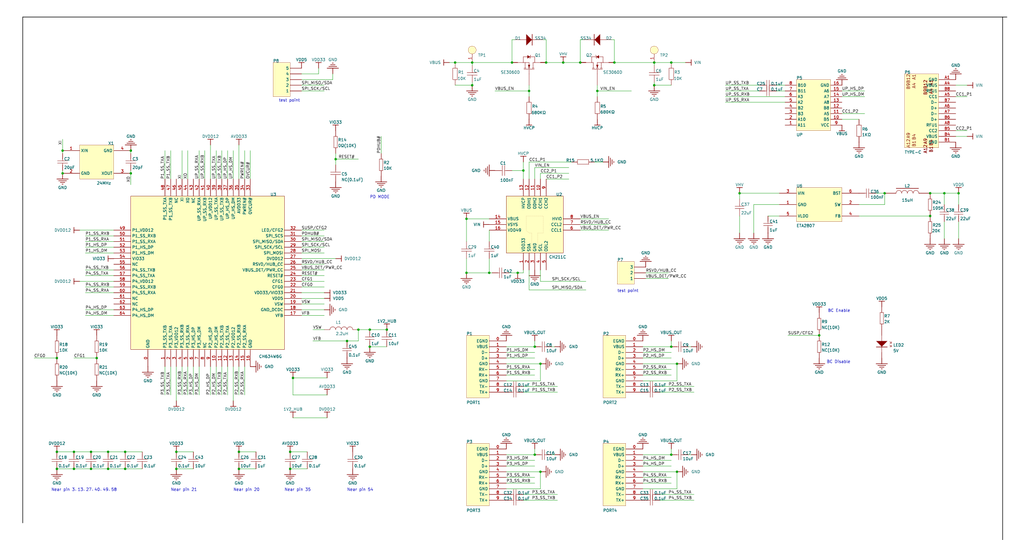
<source format=kicad_sch>
(kicad_sch (version 20250114) (generator "eeschema") (generator_version "9.0")
  (paper "User" 457.2 241.3)
  (text "BC Disable" (at 379.73 162.56 0) (effects (font (size 1.27 1.27)) (justify right bottom)))
  (text "test point" (at 275.59 130.81 0) (effects (font (size 1.27 1.27)) (justify left bottom)))
  (text "test point" (at 124.46 45.72 0) (effects (font (size 1.27 1.27)) (justify left bottom)))
  (text "Near pin 20" (at 104.14 219.71 0) (effects (font (size 1.27 1.27)) (justify left bottom)))
  (text "Near pin 54" (at 154.94 219.71 0) (effects (font (size 1.27 1.27)) (justify left bottom)))
  (text "Near pin 35" (at 127 219.71 0) (effects (font (size 1.27 1.27)) (justify left bottom)))
  (text "Near pin 3、13、27、40、49、58" (at 22.86 219.71 0) (effects (font (size 1.27 1.27)) (justify left bottom)))
  (text "BC Enable" (at 369.57 139.7 0) (effects (font (size 1.27 1.27)) (justify left bottom)))
  (text "Near pin 21" (at 76.2 219.71 0) (effects (font (size 1.27 1.27)) (justify left bottom)))
  (text "PD MODE" (at 165.1 88.9 0) (effects (font (size 1.27 1.27)) (justify left bottom)))
  (junction (at 172.72 147.32))
  (junction (at 154.94 152.4))
  (junction (at 55.88 201.93))
  (junction (at 210.82 38.1))
  (junction (at 25.4 201.93))
  (junction (at 238.76 203.2))
  (junction (at 394.97 86.36))
  (junction (at 25.4 160.02))
  (junction (at 149.86 71.12))
  (junction (at 33.02 209.55))
  (junction (at 299.72 203.2))
  (junction (at 274.32 27.94))
  (junction (at 415.29 96.52))
  (junction (at 130.81 168.91))
  (junction (at 43.18 160.02))
  (junction (at 236.22 40.64))
  (junction (at 251.46 27.94))
  (junction (at 55.88 209.55))
  (junction (at 299.72 154.94))
  (junction (at 203.2 27.94))
  (junction (at 78.74 209.55))
  (junction (at 48.26 209.55))
  (junction (at 165.1 147.32))
  (junction (at 58.42 77.47))
  (junction (at 106.68 209.55))
  (junction (at 292.1 38.1))
  (junction (at 259.08 27.94))
  (junction (at 58.42 67.31))
  (junction (at 421.64 86.36))
  (junction (at 40.64 201.93))
  (junction (at 218.44 121.92))
  (junction (at 302.26 210.82))
  (junction (at 208.28 97.79))
  (junction (at 292.1 27.94))
  (junction (at 238.76 154.94))
  (junction (at 210.82 27.94))
  (junction (at 27.94 67.31))
  (junction (at 231.14 121.92))
  (junction (at 415.29 86.36))
  (junction (at 40.64 209.55))
  (junction (at 129.54 209.55))
  (junction (at 427.99 86.36))
  (junction (at 365.76 149.86))
  (junction (at 299.72 27.94))
  (junction (at 25.4 209.55))
  (junction (at 330.2 86.36))
  (junction (at 33.02 201.93))
  (junction (at 165.1 154.94))
  (junction (at 208.28 121.92))
  (junction (at 233.68 76.2))
  (junction (at 106.68 201.93))
  (junction (at 27.94 77.47))
  (junction (at 241.3 162.56))
  (junction (at 241.3 210.82))
  (junction (at 228.6 27.94))
  (junction (at 78.74 201.93))
  (junction (at 48.26 201.93))
  (junction (at 129.54 201.93))
  (junction (at 243.84 27.94))
  (junction (at 266.7 40.64))
  (junction (at 302.26 162.56))
  (junction (at 160.02 147.32))
  (polyline (pts (xy 10.16 7.62) (xy 10.16 233.68)) (stroke (width 0.254) (type solid) (color 0 0 0 1)))
  (wire (pts (xy 323.85 45.72) (xy 350.52 45.72)))
  (wire (pts (xy 339.09 40.64) (xy 323.85 40.64)))
  (wire (pts (xy 219.71 121.92) (xy 218.44 121.92)))
  (wire (pts (xy 407.035 494.03) (xy 417.195 494.03)))
  (wire (pts (xy 148.59 35.56) (xy 134.62 35.56)))
  (wire (pts (xy 81.28 176.53) (xy 81.28 163.83)))
  (wire (pts (xy 160.02 147.32) (xy 160.02 152.4)))
  (wire (pts (xy 241.3 120.65) (xy 241.3 125.73)))
  (wire (pts (xy 421.64 91.44) (xy 421.64 86.36)))
  (wire (pts (xy 210.82 27.94) (xy 210.82 29.21)))
  (wire (pts (xy 129.54 209.55) (xy 137.16 209.55)))
  (wire (pts (xy 38.1 128.27) (xy 50.8 128.27)))
  (wire (pts (xy 38.1 138.43) (xy 50.8 138.43)))
  (wire (pts (xy 266.7 38.1) (xy 266.7 40.64)))
  (wire (pts (xy 130.81 168.91) (xy 146.05 168.91)))
  (wire (pts (xy 33.02 209.55) (xy 40.64 209.55)))
  (wire (pts (xy 266.7 40.64) (xy 266.7 43.18)))
  (wire (pts (xy 292.1 27.94) (xy 274.32 27.94)))
  (wire (pts (xy 375.92 43.18) (xy 386.08 43.18)))
  (wire (pts (xy 287.02 160.02) (xy 299.72 160.02)))
  (wire (pts (xy 83.82 80.01) (xy 83.82 67.31)))
  (wire (pts (xy 106.68 201.93) (xy 114.3 201.93)))
  (wire (pts (xy 104.14 179.07) (xy 104.14 163.83)))
  (wire (pts (xy 274.32 27.94) (xy 274.32 17.78)))
  (wire (pts (xy 292.1 38.1) (xy 292.1 36.83)))
  (wire (pts (xy 81.28 80.01) (xy 81.28 67.31)))
  (wire (pts (xy 134.62 120.65) (xy 144.78 120.65)))
  (wire (pts (xy 226.06 205.74) (xy 238.76 205.74)))
  (wire (pts (xy 88.9 176.53) (xy 88.9 163.83)))
  (wire (pts (xy 134.62 110.49) (xy 144.78 110.49)))
  (wire (pts (xy 160.02 152.4) (xy 154.94 152.4)))
  (wire (pts (xy 383.54 91.44) (xy 394.97 91.44)))
  (wire (pts (xy 38.1 123.19) (xy 50.8 123.19)))
  (wire (pts (xy 99.06 80.01) (xy 99.06 67.31)))
  (wire (pts (xy 243.84 27.94) (xy 251.46 27.94)))
  (wire (pts (xy 27.94 67.31) (xy 27.94 68.58)))
  (wire (pts (xy 226.06 167.64) (xy 238.76 167.64)))
  (wire (pts (xy 228.6 17.78) (xy 229.87 17.78)))
  (wire (pts (xy 294.64 220.98) (xy 309.88 220.98)))
  (wire (pts (xy 236.22 72.39) (xy 255.27 72.39)))
  (wire (pts (xy 271.78 100.33) (xy 259.08 100.33)))
  (wire (pts (xy 220.98 40.64) (xy 236.22 40.64)))
  (wire (pts (xy 83.82 176.53) (xy 83.82 163.83)))
  (wire (pts (xy 233.68 172.72) (xy 248.92 172.72)))
  (wire (pts (xy 208.28 97.79) (xy 218.44 97.79)))
  (wire (pts (xy 241.3 210.82) (xy 241.3 218.44)))
  (wire (pts (xy 203.2 27.94) (xy 210.82 27.94)))
  (wire (pts (xy 38.1 105.41) (xy 50.8 105.41)))
  (wire (pts (xy 228.6 27.94) (xy 228.6 17.78)))
  (wire (pts (xy 134.62 123.19) (xy 144.78 123.19)))
  (wire (pts (xy 48.26 209.55) (xy 55.88 209.55)))
  (wire (pts (xy 243.84 17.78) (xy 243.84 27.94)))
  (wire (pts (xy 104.14 80.01) (xy 104.14 67.31)))
  (wire (pts (xy 226.06 154.94) (xy 238.76 154.94)))
  (wire (pts (xy 271.78 97.79) (xy 259.08 97.79)))
  (wire (pts (xy 134.62 105.41) (xy 144.78 105.41)))
  (wire (pts (xy 374.015 516.89) (xy 358.775 516.89)))
  (wire (pts (xy 394.97 86.36) (xy 391.16 86.36)))
  (wire (pts (xy 58.42 77.47) (xy 58.42 82.55)))
  (wire (pts (xy 271.78 102.87) (xy 259.08 102.87)))
  (wire (pts (xy 294.64 172.72) (xy 309.88 172.72)))
  (wire (pts (xy 134.62 118.11) (xy 144.78 118.11)))
  (wire (pts (xy 241.3 218.44) (xy 226.06 218.44)))
  (wire (pts (xy 226.06 165.1) (xy 238.76 165.1)))
  (wire (pts (xy 134.62 38.1) (xy 144.78 38.1)))
  (wire (pts (xy 27.94 76.2) (xy 27.94 77.47)))
  (wire (pts (xy 106.68 209.55) (xy 114.3 209.55)))
  (wire (pts (xy 383.54 96.52) (xy 415.29 96.52)))
  (wire (pts (xy 236.22 80.01) (xy 236.22 72.39)))
  (wire (pts (xy 287.02 157.48) (xy 299.72 157.48)))
  (wire (pts (xy 99.06 176.53) (xy 99.06 163.83)))
  (wire (pts (xy 287.02 154.94) (xy 299.72 154.94)))
  (wire (pts (xy 241.3 210.82) (xy 226.06 210.82)))
  (wire (pts (xy 302.26 210.82) (xy 302.26 218.44)))
  (wire (pts (xy 421.64 86.36) (xy 427.99 86.36)))
  (wire (pts (xy 308.61 203.2) (xy 307.34 203.2)))
  (wire (pts (xy 374.015 514.35) (xy 368.935 514.35)))
  (wire (pts (xy 407.035 491.49) (xy 409.575 491.49)))
  (wire (pts (xy 407.035 516.89) (xy 417.195 516.89)))
  (wire (pts (xy 55.88 209.55) (xy 63.5 209.55)))
  (wire (pts (xy 323.85 43.18) (xy 350.52 43.18)))
  (wire (pts (xy 288.29 124.46) (xy 298.45 124.46)))
  (wire (pts (xy 142.24 33.02) (xy 134.62 33.02)))
  (wire (pts (xy 241.3 170.18) (xy 226.06 170.18)))
  (wire (pts (xy 241.3 125.73) (xy 261.62 125.73)))
  (wire (pts (xy 200.66 27.94) (xy 203.2 27.94)))
  (wire (pts (xy 144.78 130.81) (xy 134.62 130.81)))
  (wire (pts (xy 101.6 80.01) (xy 101.6 67.31)))
  (wire (pts (xy 288.29 121.92) (xy 298.45 121.92)))
  (wire (pts (xy 55.88 201.93) (xy 63.5 201.93)))
  (wire (pts (xy 302.26 210.82) (xy 287.02 210.82)))
  (wire (pts (xy 236.22 129.54) (xy 236.22 120.65)))
  (wire (pts (xy 40.64 209.55) (xy 48.26 209.55)))
  (wire (pts (xy 130.81 176.53) (xy 146.05 176.53)))
  (wire (pts (xy 346.71 38.1) (xy 350.52 38.1)))
  (wire (pts (xy 33.02 201.93) (xy 40.64 201.93)))
  (wire (pts (xy 172.72 147.32) (xy 165.1 147.32)))
  (wire (pts (xy 218.44 121.92) (xy 218.44 115.57)))
  (wire (pts (xy 302.26 162.56) (xy 287.02 162.56)))
  (wire (pts (xy 339.09 38.1) (xy 323.85 38.1)))
  (wire (pts (xy 302.26 170.18) (xy 287.02 170.18)))
  (wire (pts (xy 287.02 213.36) (xy 299.72 213.36)))
  (wire (pts (xy 351.79 149.86) (xy 365.76 149.86)))
  (wire (pts (xy 254 74.93) (xy 238.76 74.93)))
  (wire (pts (xy 431.8 58.42) (xy 426.72 58.42)))
  (wire (pts (xy 427.99 91.44) (xy 427.99 86.36)))
  (wire (pts (xy 210.82 38.1) (xy 210.82 36.83)))
  (wire (pts (xy 330.2 86.36) (xy 330.2 88.9)))
  (wire (pts (xy 96.52 176.53) (xy 96.52 163.83)))
  (wire (pts (xy 226.06 157.48) (xy 238.76 157.48)))
  (wire (pts (xy 149.86 71.12) (xy 160.02 71.12)))
  (wire (pts (xy 88.9 80.01) (xy 88.9 67.31)))
  (wire (pts (xy 299.72 27.94) (xy 292.1 27.94)))
  (wire (pts (xy 228.6 76.2) (xy 233.68 76.2)))
  (wire (pts (xy 144.78 138.43) (xy 134.62 138.43)))
  (wire (pts (xy 236.22 38.1) (xy 236.22 40.64)))
  (wire (pts (xy 86.36 209.55) (xy 78.74 209.55)))
  (wire (pts (xy 58.42 77.47) (xy 58.42 76.2)))
  (wire (pts (xy 299.72 154.94) (xy 299.72 152.4)))
  (wire (pts (xy 48.26 201.93) (xy 55.88 201.93)))
  (wire (pts (xy 358.775 516.89) (xy 358.775 514.35)))
  (wire (pts (xy 40.64 201.93) (xy 48.26 201.93)))
  (wire (pts (xy 269.24 72.39) (xy 265.43 72.39)))
  (wire (pts (xy 38.1 140.97) (xy 50.8 140.97)))
  (wire (pts (xy 251.46 27.94) (xy 259.08 27.94)))
  (wire (pts (xy 226.06 215.9) (xy 238.76 215.9)))
  (wire (pts (xy 386.08 50.8) (xy 375.92 50.8)))
  (wire (pts (xy 336.55 91.44) (xy 336.55 104.14)))
  (wire (pts (xy 415.29 86.36) (xy 421.64 86.36)))
  (wire (pts (xy 374.015 496.57) (xy 348.615 496.57)))
  (wire (pts (xy 35.56 125.73) (xy 50.8 125.73)))
  (wire (pts (xy 233.68 121.92) (xy 233.68 120.65)))
  (wire (pts (xy 154.94 152.4) (xy 139.7 152.4)))
  (wire (pts (xy 93.98 176.53) (xy 93.98 163.83)))
  (wire (pts (xy 407.035 496.57) (xy 417.195 496.57)))
  (wire (pts (xy 134.62 125.73) (xy 144.78 125.73)))
  (wire (pts (xy 227.33 121.92) (xy 231.14 121.92)))
  (wire (pts (xy 427.99 99.06) (xy 427.99 106.68)))
  (wire (pts (xy 109.22 80.01) (xy 109.22 67.31)))
  (wire (pts (xy 292.1 38.1) (xy 299.72 38.1)))
  (wire (pts (xy 58.42 67.31) (xy 58.42 68.58)))
  (wire (pts (xy 287.02 165.1) (xy 299.72 165.1)))
  (wire (pts (xy 306.07 27.94) (xy 299.72 27.94)))
  (wire (pts (xy 38.1 110.49) (xy 50.8 110.49)))
  (wire (pts (xy 149.86 68.58) (xy 149.86 71.12)))
  (wire (pts (xy 407.035 514.35) (xy 409.575 514.35)))
  (wire (pts (xy 347.98 91.44) (xy 336.55 91.44)))
  (wire (pts (xy 134.62 102.87) (xy 144.78 102.87)))
  (wire (pts (xy 247.65 203.2) (xy 246.38 203.2)))
  (wire (pts (xy 394.97 91.44) (xy 394.97 86.36)))
  (wire (pts (xy 165.1 147.32) (xy 160.02 147.32)))
  (wire (pts (xy 111.76 80.01) (xy 111.76 67.31)))
  (wire (pts (xy 407.035 519.43) (xy 417.195 519.43)))
  (wire (pts (xy 38.1 120.65) (xy 50.8 120.65)))
  (wire (pts (xy 374.015 491.49) (xy 368.935 491.49)))
  (wire (pts (xy 130.81 168.91) (xy 130.81 176.53)))
  (wire (pts (xy 106.68 64.77) (xy 106.68 80.01)))
  (wire (pts (xy 375.92 40.64) (xy 386.08 40.64)))
  (wire (pts (xy 134.62 107.95) (xy 144.78 107.95)))
  (wire (pts (xy 281.94 40.64) (xy 266.7 40.64)))
  (wire (pts (xy 134.62 135.89) (xy 144.78 135.89)))
  (wire (pts (xy 274.32 17.78) (xy 273.05 17.78)))
  (wire (pts (xy 302.26 218.44) (xy 287.02 218.44)))
  (wire (pts (xy 165.1 154.94) (xy 172.72 154.94)))
  (wire (pts (xy 238.76 203.2) (xy 238.76 200.66)))
  (wire (pts (xy 421.64 99.06) (xy 421.64 106.68)))
  (wire (pts (xy 241.3 80.01) (xy 241.3 77.47)))
  (polyline (pts (xy 10.16 527.05) (xy 447.675 527.05)) (stroke (width 0.254) (type solid) (color 0 0 0 1)))
  (wire (pts (xy 374.015 519.43) (xy 348.615 519.43)))
  (wire (pts (xy 15.24 160.02) (xy 25.4 160.02)))
  (wire (pts (xy 287.02 208.28) (xy 299.72 208.28)))
  (wire (pts (xy 129.54 201.93) (xy 137.16 201.93)))
  (wire (pts (xy 226.06 208.28) (xy 238.76 208.28)))
  (wire (pts (xy 236.22 40.64) (xy 236.22 43.18)))
  (wire (pts (xy 287.02 167.64) (xy 299.72 167.64)))
  (wire (pts (xy 106.68 176.53) (xy 106.68 163.83)))
  (wire (pts (xy 101.6 176.53) (xy 101.6 163.83)))
  (wire (pts (xy 375.92 53.34) (xy 383.54 53.34)))
  (wire (pts (xy 139.7 147.32) (xy 144.78 147.32)))
  (wire (pts (xy 73.66 80.01) (xy 73.66 67.31)))
  (wire (pts (xy 242.57 17.78) (xy 243.84 17.78)))
  (wire (pts (xy 226.06 160.02) (xy 238.76 160.02)))
  (wire (pts (xy 426.72 38.1) (xy 431.8 38.1)))
  (wire (pts (xy 347.98 96.52) (xy 342.9 96.52)))
  (wire (pts (xy 76.2 176.53) (xy 76.2 163.83)))
  (wire (pts (xy 233.68 220.98) (xy 248.92 220.98)))
  (wire (pts (xy 287.02 203.2) (xy 299.72 203.2)))
  (wire (pts (xy 233.68 72.39) (xy 233.68 76.2)))
  (wire (pts (xy 78.74 201.93) (xy 86.36 201.93)))
  (wire (pts (xy 38.1 130.81) (xy 50.8 130.81)))
  (wire (pts (xy 38.1 107.95) (xy 50.8 107.95)))
  (wire (pts (xy 208.28 107.95) (xy 208.28 97.79)))
  (wire (pts (xy 91.44 80.01) (xy 91.44 67.31)))
  (wire (pts (xy 302.26 162.56) (xy 302.26 170.18)))
  (wire (pts (xy 218.44 107.95) (xy 218.44 102.87)))
  (wire (pts (xy 208.28 115.57) (xy 208.28 121.92)))
  (wire (pts (xy 38.1 113.03) (xy 50.8 113.03)))
  (wire (pts (xy 149.86 71.12) (xy 149.86 73.66)))
  (wire (pts (xy 130.81 186.69) (xy 146.05 186.69)))
  (wire (pts (xy 292.1 27.94) (xy 292.1 29.21)))
  (wire (pts (xy 287.02 215.9) (xy 299.72 215.9)))
  (wire (pts (xy 243.84 80.01) (xy 254 80.01)))
  (wire (pts (xy 261.62 129.54) (xy 236.22 129.54)))
  (wire (pts (xy 426.72 43.18) (xy 431.8 43.18)))
  (wire (pts (xy 134.62 140.97) (xy 144.78 140.97)))
  (wire (pts (xy 76.2 80.01) (xy 76.2 67.31)))
  (wire (pts (xy 170.18 60.96) (xy 170.18 68.58)))
  (wire (pts (xy 96.52 80.01) (xy 96.52 67.31)))
  (wire (pts (xy 86.36 176.53) (xy 86.36 163.83)))
  (wire (pts (xy 35.56 102.87) (xy 50.8 102.87)))
  (wire (pts (xy 260.35 17.78) (xy 259.08 17.78)))
  (wire (pts (xy 148.59 33.02) (xy 148.59 35.56)))
  (wire (pts (xy 226.06 203.2) (xy 238.76 203.2)))
  (wire (pts (xy 241.3 77.47) (xy 254 77.47)))
  (wire (pts (xy 374.015 494.03) (xy 358.775 494.03)))
  (wire (pts (xy 247.65 154.94) (xy 246.38 154.94)))
  (wire (pts (xy 33.02 160.02) (xy 43.18 160.02)))
  (wire (pts (xy 142.24 30.48) (xy 142.24 33.02)))
  (wire (pts (xy 144.78 133.35) (xy 134.62 133.35)))
  (wire (pts (xy 259.08 17.78) (xy 259.08 27.94)))
  (wire (pts (xy 426.72 60.96) (xy 431.8 60.96)))
  (wire (pts (xy 347.98 86.36) (xy 330.2 86.36)))
  (polyline (pts (xy 447.675 527.05) (xy 447.675 7.62)) (stroke (width 0.254) (type solid) (color 0 0 0 1)))
  (wire (pts (xy 27.94 67.31) (xy 27.94 62.23)))
  (wire (pts (xy 78.74 179.07) (xy 78.74 163.83)))
  (wire (pts (xy 241.3 162.56) (xy 241.3 170.18)))
  (wire (pts (xy 226.06 213.36) (xy 238.76 213.36)))
  (wire (pts (xy 149.86 115.57) (xy 134.62 115.57)))
  (wire (pts (xy 308.61 154.94) (xy 307.34 154.94)))
  (wire (pts (xy 210.82 27.94) (xy 228.6 27.94)))
  (wire (pts (xy 73.66 176.53) (xy 73.66 163.83)))
  (wire (pts (xy 238.76 74.93) (xy 238.76 80.01)))
  (wire (pts (xy 25.4 209.55) (xy 33.02 209.55)))
  (wire (pts (xy 358.775 494.03) (xy 358.775 491.49)))
  (wire (pts (xy 25.4 201.93) (xy 33.02 201.93)))
  (wire (pts (xy 109.22 176.53) (xy 109.22 163.83)))
  (wire (pts (xy 134.62 113.03) (xy 144.78 113.03)))
  (wire (pts (xy 203.2 38.1) (xy 210.82 38.1)))
  (wire (pts (xy 241.3 162.56) (xy 226.06 162.56)))
  (wire (pts (xy 238.76 154.94) (xy 238.76 152.4)))
  (wire (pts (xy 299.72 203.2) (xy 299.72 200.66)))
  (wire (pts (xy 330.2 96.52) (xy 330.2 104.14)))
  (wire (pts (xy 346.71 40.64) (xy 350.52 40.64)))
  (wire (pts (xy 233.68 223.52) (xy 248.92 223.52)))
  (wire (pts (xy 294.64 223.52) (xy 309.88 223.52)))
  (wire (pts (xy 233.68 175.26) (xy 248.92 175.26)))
  (wire (pts (xy 287.02 205.74) (xy 299.72 205.74)))
  (polyline (pts (xy 449.58 7.62) (xy 10.16 7.62)) (stroke (width 0.254) (type solid) (color 0 0 0 1)))
  (wire (pts (xy 93.98 80.01) (xy 93.98 64.77)))
  (wire (pts (xy 231.14 121.92) (xy 233.68 121.92)))
  (wire (pts (xy 134.62 128.27) (xy 144.78 128.27)))
  (wire (pts (xy 134.62 40.64) (xy 144.78 40.64)))
  (wire (pts (xy 233.68 76.2) (xy 233.68 80.01)))
  (wire (pts (xy 294.64 175.26) (xy 309.88 175.26)))
  (wire (pts (xy 218.44 121.92) (xy 208.28 121.92)))
  (label "XI" (at 27.94 64.77 90))
  (label "P2_HS_DP" (at 93.98 176.53 90))
  (label "P3_SS_TXB" (at 237.49 223.52 0))
  (label "VFB" (at 139.7 152.4 0))
  (label "CC1_P2" (at 243.84 80.01 0))
  (label "SUSP/CFG2" (at 351.79 149.86 0))
  (label "VBUS_DET/PWR_CC" (at 134.62 120.65 0))
  (label "VBUS_DET/PWR_CC" (at 259.08 102.87 0))
  (label "P2_SS_TXB" (at 298.45 175.26 0))
  (label "VSW" (at 139.7 147.32 0))
  (label "PDHUB#" (at 170.18 68.58 90))
  (label "VBUS_EN" (at 259.08 97.79 0))
  (label "UP_HS_DP" (at 101.6 80.01 90))
  (label "P4_SS_RXB" (at 287.02 215.9 0))
  (label "VIN_EN" (at 238.76 74.93 0))
  (label "UP_SS_RXB" (at 323.85 43.18 0))
  (label "OVCUR#" (at 363.855 496.57 0))
  (label "CFG0" (at 134.62 128.27 0))
  (label "UP_SS_RXA" (at 88.9 80.01 90))
  (label "P2_SS_TXB" (at 99.06 176.53 90))
  (label "UP_SS_TXB" (at 99.06 80.01 90))
  (label "SPI_SCK/SCL" (at 134.62 40.64 0))
  (label "P4_HS_DM" (at 287.02 205.74 0))
  (label "PWREN#" (at 109.22 80.01 90))
  (label "RSVD/HUB_CC" (at 259.08 100.33 0))
  (label "RSVD/HUB_CC" (at 288.29 121.92 0))
  (label "P3_SS_RXB" (at 226.06 215.9 0))
  (label "P4_SS_TXB" (at 298.45 223.52 0))
  (label "RESET#" (at 151.13 71.12 0))
  (label "P1_SS_RXB" (at 38.1 105.41 0))
  (label "P4_HS_DM" (at 38.1 140.97 0))
  (label "VBUS_DET/PWR_CC" (at 288.29 124.46 0))
  (label "XO" (at 58.42 78.74 270))
  (label "SPI_SCK/SCL" (at 134.62 110.49 0))
  (label "PWREN#" (at 407.035 496.57 0))
  (label "P4_SS_RXB" (at 38.1 128.27 0))
  (label "P1_SS_RXB" (at 226.06 167.64 0))
  (label "OVCUR#" (at 363.855 519.43 0))
  (label "P4_SS_RXA" (at 38.1 130.81 0))
  (label "RSVD/HUB_CC" (at 134.62 118.11 0))
  (label "P4_SS_TXA" (at 38.1 123.19 0))
  (label "PWREN#" (at 407.035 519.43 0))
  (label "P4_HS_DP" (at 287.02 208.28 0))
  (label "P3_SS_RXA" (at 226.06 213.36 0))
  (label "P3_HS_DM" (at 226.06 205.74 0))
  (label "P4_SS_TXB" (at 38.1 120.65 0))
  (label "P1_SS_TXA" (at 237.49 172.72 0))
  (label "P1_SS_TXB" (at 237.49 175.26 0))
  (label "CFG1" (at 33.02 160.02 0))
  (label "UP_SS_TXB" (at 323.85 38.1 0))
  (label "P3_SS_TXA" (at 76.2 176.53 90))
  (label "P1_HS_DM" (at 38.1 113.03 0))
  (label "PDHUB#" (at 134.62 105.41 0))
  (label "P1_SS_TXB" (at 76.2 80.01 90))
  (label "P3_SS_TXA" (at 237.49 220.98 0))
  (label "SPI_MOSI" (at 134.62 113.03 0))
  (label "P2_SS_RXB" (at 106.68 176.53 90))
  (label "P2_SS_TXA" (at 101.6 176.53 90))
  (label "P2_SS_TXA" (at 298.45 172.72 0))
  (label "UP_SS_TXA" (at 323.85 40.64 0))
  (label "SUSP/CFG2" (at 134.62 102.87 0))
  (label "UP_SS_TXA" (at 96.52 80.01 90))
  (label "P3_HS_DM" (at 88.9 176.53 90))
  (label "P3_HS_DP" (at 86.36 176.53 90))
  (label "P1_HS_DM" (at 226.06 157.48 0))
  (label "UP_HS_DM" (at 375.92 43.18 0))
  (label "CC1_P2" (at 375.92 50.8 0))
  (label "CC2_P1" (at 241.3 77.47 0))
  (label "XO" (at 83.82 80.01 90))
  (label "P2_SS_RXA" (at 109.22 176.53 90))
  (label "VIN_EN" (at 267.97 40.64 0))
  (label "P2_SS_RXA" (at 287.02 165.1 0))
  (label "UP_SS_RXB" (at 91.44 80.01 90))
  (label "CC2_P1" (at 426.72 58.42 0))
  (label "P3_SS_TXB" (at 73.66 176.53 90))
  (label "P4_SS_TXA" (at 298.45 220.98 0))
  (label "OVCUR#" (at 111.76 80.01 90))
  (label "SPI_MISO/SDA" (at 134.62 38.1 0))
  (label "UP_HS_DM" (at 104.14 80.01 90))
  (label "P1_SS_RXA" (at 38.1 107.95 0))
  (label "RESET#" (at 134.62 123.19 0))
  (label "XI" (at 81.28 80.01 90))
  (label "CFG0" (at 15.24 160.02 0))
  (label "VSW" (at 134.62 135.89 0))
  (label "P3_SS_RXB" (at 81.28 176.53 90))
  (label "UP_HS_DP" (at 375.92 40.64 0))
  (label "P2_SS_RXB" (at 287.02 167.64 0))
  (label "P2_HS_DP" (at 287.02 160.02 0))
  (label "P1_HS_DP" (at 38.1 110.49 0))
  (label "P4_SS_RXA" (at 287.02 213.36 0))
  (label "VBUS_EN" (at 220.98 40.64 0))
  (label "CC1_P1" (at 236.22 72.39 0))
  (label "SPI_SCK/SCL" (at 246.38 125.73 0))
  (label "SPI_MISO/SDA" (at 134.62 107.95 0))
  (label "P4_HS_DP" (at 38.1 138.43 0))
  (label "CFG1" (at 134.62 125.73 0))
  (label "P2_HS_DM" (at 287.02 157.48 0))
  (label "P1_SS_RXA" (at 226.06 165.1 0))
  (label "P2_HS_DM" (at 96.52 176.53 90))
  (label "VFB" (at 134.62 140.97 0))
  (label "P3_SS_RXA" (at 83.82 176.53 90))
  (label "SPI_MISO/SDA" (at 246.38 129.54 0))
  (label "P1_HS_DP" (at 226.06 160.02 0))
  (label "P3_HS_DP" (at 226.06 208.28 0))
  (label "UP_SS_RXA" (at 323.85 45.72 0))
  (label "CC1_P1" (at 426.72 43.18 0))
  (label "P1_SS_TXA" (at 73.66 80.01 90))
  (symbol (lib_id "CH634W6G-PD with shell-R0-1v2-altium-import:VDD33_BAR") (at 78.74 201.93 180) (unit 1)
    (property "Reference" "#PWR?" (effects (hide yes)))
    (property "Value" "VDD33" (at 78.74 198.12 0))
  )
  (symbol (lib_id "wch_sch_others:root_1_N-MOS 8pin_wch_sch_others.schLib") (at 266.7 27.94 0) (unit 1)
    (property "Reference" "Q2" (at 261.62 25.4 0) (effects (justify left bottom)))
    (property "Value" "SE3060D" (at 269.24 33.02 0) (effects (justify left bottom)))
    (property "Footprint" "DFN-8_L3.1-W3.0-P0.65-LS3.3-BL" (effects (hide yes)))
    (property "Description" "SE3060D" (effects (hide yes)))
  )
  (symbol (lib_id "*:root_1_RES_*_0") (at 417.195 516.89 0) (unit 1)
    (property "Reference" "R11" (at 418.211 511.556 0) (effects (justify left bottom)))
    (property "Value" "24K" (at 418.211 514.096 0) (effects (justify left bottom)))
    (property "Footprint" "0402" (effects (hide yes)))
  )
  (symbol (lib_id "Miscellaneous Devices LC:root_3_0603 56KΩ (5602) 1%_Miscellaneous Devices LC.IntLib") (at 236.22 48.26 0) (unit 1)
    (property "Reference" "R4" (at 237.49 48.26 0) (effects (justify left bottom)))
    (property "Value" "680KΩ" (at 237.236 51.054 0) (effects (justify left bottom)))
    (property "Footprint" "0402" (effects (hide yes)))
    (property "Description" "贴片电阻" (effects (hide yes)))
    (property "COMPONENTLINK1DESCRIPTION" "供应商链接" (effects (hide yes)))
    (property "COMPONENTLINK1URL" "http://www.szlcsc.com/product/details_23933.html" (effects (hide yes)))
    (property "PACKAGE" "0603" (effects (hide yes)))
    (property "SUPPLIER" "LC" (effects (hide yes)))
    (property "SUPPLIERSPARTNUMBER" "C23206" (effects (hide yes)))
  )
  (symbol (lib_id "CH634W6G-PD with shell-R0-1v2-altium-import:VDD5_BAR") (at 409.575 491.49 180) (unit 1)
    (property "Reference" "#PWR?" (effects (hide yes)))
    (property "Value" "VDD5" (at 409.575 487.68 0))
  )
  (symbol (lib_id "Miscellaneous Devices LC:root_1_0603 100nF (104) 10% 50V_Miscellaneous Devices LC.IntLib") (at 427.99 104.14 0) (unit 1)
    (property "Reference" "C39" (at 428.625 94.615 0) (effects (justify left bottom)))
    (property "Value" "22uF" (at 428.625 98.425 0) (effects (justify left bottom)))
    (property "Footprint" "0805_C" (effects (hide yes)))
    (property "Description" "贴片电容" (effects (hide yes)))
    (property "COMPONENTLINK1DESCRIPTION" "供应商链接" (effects (hide yes)))
    (property "COMPONENTLINK1URL" "http://www.szlcsc.com/product/details_15331.html" (effects (hide yes)))
    (property "PACKAGE" "0603" (effects (hide yes)))
    (property "SUPPLIER" "LC" (effects (hide yes)))
    (property "SUPPLIERSPARTNUMBER" "C14663" (effects (hide yes)))
  )
  (symbol (lib_id "wch_sch_others:root_3_CAP_wch_sch_others.schLib_0") (at 218.44 107.95 0) (unit 1)
    (property "Reference" "C40" (at 219.075 111.125 0) (effects (justify left bottom)))
    (property "Value" "1uF" (at 219.075 114.935 0) (effects (justify left bottom)))
    (property "Footprint" "0402_C" (effects (hide yes)))
    (property "Description" "Capacitor" (effects (hide yes)))
  )
  (symbol (lib_id "CH634W6G-PD with shell-R0-1v2-altium-import:GND_POWER_GROUND") (at 25.4 209.55 0) (unit 1)
    (property "Reference" "#PWR?" (effects (hide yes)))
    (property "Value" "GND" (at 25.4 215.9 0))
  )
  (symbol (lib_id "CH634W6G-PD with shell-R0-1v2-altium-import:VDD33_BAR") (at 130.81 168.91 180) (unit 1)
    (property "Reference" "#PWR?" (effects (hide yes)))
    (property "Value" "VDD33" (at 130.81 165.1 0))
  )
  (symbol (lib_id "CH634W6G-PD with shell-R0-1v2-altium-import:GND_POWER_GROUND") (at 427.99 106.68 0) (unit 1)
    (property "Reference" "#PWR?" (effects (hide yes)))
    (property "Value" "GND" (at 427.99 113.03 0))
  )
  (symbol (lib_id "CH634W6G-PD with shell-R0-1v2-altium-import:DVDD12_BAR") (at 149.86 115.57 90) (unit 1)
    (property "Reference" "#PWR?" (effects (hide yes)))
    (property "Value" "DVDD12" (at 153.67 115.57 90) (effects (justify right)))
  )
  (symbol (lib_name "root_1_CAP_*_0_3") (lib_id "*:root_1_CAP_*_0") (at 289.56 175.26 0) (unit 1)
    (property "Reference" "C13" (at 285.75 172.72 0) (effects (justify left bottom)))
    (property "Value" "0.1uF" (at 292.1 172.72 0) (effects (justify left bottom)))
    (property "Footprint" "0201_C" (effects (hide yes)))
    (property "Description" "Capacitor" (effects (hide yes)))
  )
  (symbol (lib_id "CH634W6G-PD with shell-R0-1v2-altium-import:VBUS_OUT_BAR") (at 238.76 152.4 180) (unit 1)
    (property "Reference" "#PWR?" (effects (hide yes)))
    (property "Value" "VBUS_OUT" (at 238.76 148.59 0))
  )
  (symbol (lib_id "wch_sch_others:root_1_CAP_wch_sch_others.schLib_0") (at 210.82 36.83 0) (unit 1)
    (property "Reference" "C4" (at 211.455 32.385 0) (effects (justify left bottom)))
    (property "Value" "1uF" (at 211.455 36.195 0) (effects (justify left bottom)))
    (property "Footprint" "0402_C" (effects (hide yes)))
    (property "Description" "Capacitor" (effects (hide yes)))
  )
  (symbol (lib_name "root_1_CAP_*_0_7") (lib_id "*:root_1_CAP_*_0") (at 228.6 223.52 0) (unit 1)
    (property "Reference" "C32" (at 224.79 220.98 0) (effects (justify left bottom)))
    (property "Value" "0.1uF" (at 231.14 220.98 0) (effects (justify left bottom)))
    (property "Footprint" "0201_C" (effects (hide yes)))
    (property "Description" "Capacitor" (effects (hide yes)))
  )
  (symbol (lib_id "CHXXX:root_0_CH217K_CHXXX.schlib") (at 381.635 506.73 0) (unit 1)
    (property "Reference" "U4" (at 381.635 511.81 0) (effects (justify left bottom)))
    (property "Value" "CH217K" (at 381.635 524.51 0) (effects (justify left bottom)))
    (property "Footprint" "SOT-23-6" (effects (hide yes)))
    (property "Description" "Current-Limited USB Power Distribution Switch" (effects (hide yes)))
  )
  (symbol (lib_id "CHXXX:root_0_CH217K_CHXXX.schlib") (at 381.635 483.87 0) (unit 1)
    (property "Reference" "U1" (at 381.635 488.95 0) (effects (justify left bottom)))
    (property "Value" "CH217K" (at 381.635 501.65 0) (effects (justify left bottom)))
    (property "Footprint" "SOT-23-6" (effects (hide yes)))
    (property "Description" "Current-Limited USB Power Distribution Switch" (effects (hide yes)))
  )
  (symbol (lib_id "wch_sch_others:root_2_CAP_wch_sch_others.schLib_0") (at 227.33 121.92 0) (unit 1)
    (property "Reference" "C42" (at 224.79 121.92 0) (effects (justify left bottom)))
    (property "Value" "1uF" (at 224.79 124.46 0) (effects (justify left bottom)))
    (property "Footprint" "0402_C" (effects (hide yes)))
    (property "Description" "Capacitor" (effects (hide yes)))
  )
  (symbol (lib_id "*:root_0_晶体_*_0") (at 35.56 64.77 0) (unit 1)
    (property "Reference" "X1" (at 48.26 64.77 0) (effects (justify left bottom)))
    (property "Value" "24MHz" (at 43.18 82.55 0) (effects (justify left bottom)))
    (property "Footprint" "XT3225" (effects (hide yes)))
  )
  (symbol (lib_id "CH634W6G-PD with shell-R0-1v2-altium-import:VIO33_BAR") (at 146.05 168.91 180) (unit 1)
    (property "Reference" "#PWR?" (effects (hide yes)))
    (property "Value" "VIO33" (at 146.05 165.1 0))
  )
  (symbol (lib_id "CH634W6G-PD with shell-R0-1v2-altium-import:VDD5_BAR") (at 393.7 137.16 180) (unit 1)
    (property "Reference" "#PWR?" (effects (hide yes)))
    (property "Value" "VDD5" (at 393.7 133.35 0))
  )
  (symbol (lib_id "CH634W6G-PD with shell-R0-1v2-altium-import:GND_POWER_GROUND") (at 287.02 152.4 180) (unit 1)
    (property "Reference" "#PWR?" (effects (hide yes)))
    (property "Value" "GND" (at 287.02 146.05 0))
  )
  (symbol (lib_id "CH634W6G-PD with shell-R0-1v2-altium-import:GND_POWER_GROUND") (at 342.9 104.14 0) (unit 1)
    (property "Reference" "#PWR?" (effects (hide yes)))
    (property "Value" "GND" (at 342.9 110.49 0))
  )
  (symbol (lib_id "CH634W6G-PD with shell-R0-1v2-altium-import:GND_POWER_GROUND") (at 208.28 121.92 0) (unit 1)
    (property "Reference" "#PWR?" (effects (hide yes)))
    (property "Value" "GND" (at 208.28 128.27 0))
  )
  (symbol (lib_id "wch_sch_others:root_3_CAP_wch_sch_others.schLib_0") (at 208.28 107.95 0) (unit 1)
    (property "Reference" "C29" (at 208.915 111.125 0) (effects (justify left bottom)))
    (property "Value" "1uF" (at 208.915 114.935 0) (effects (justify left bottom)))
    (property "Footprint" "0402_C" (effects (hide yes)))
    (property "Description" "Capacitor" (effects (hide yes)))
  )
  (symbol (lib_id "*:root_3_LED_*_0") (at 396.24 149.86 0) (unit 1)
    (property "Reference" "LED2" (at 398.78 154.94 0) (effects (justify left bottom)))
    (property "Value" "5V" (at 398.78 157.48 0) (effects (justify left bottom)))
    (property "Footprint" "0603+" (effects (hide yes)))
    (property "Description" "LED" (effects (hide yes)))
  )
  (symbol (lib_id "wch_sch_others(1):root_1_RES_wch_sch_others(1).SchLib_0") (at 414.528 104.14 0) (unit 1)
    (property "Reference" "R25" (at 416.306 101.346 0) (effects (justify left bottom)))
    (property "Value" "20K" (at 416.052 103.886 0) (effects (justify left bottom)))
    (property "Footprint" "0402" (effects (hide yes)))
  )
  (symbol (lib_id "Miscellaneous Devices LC:root_0_0603 56KΩ (5602) 1%_Miscellaneous Devices LC.IntLib") (at 260.35 72.39 0) (unit 1)
    (property "Reference" "R15" (at 252.73 72.39 0) (effects (justify left bottom)))
    (property "Value" "5.1KΩ" (at 263.525 72.39 0) (effects (justify left bottom)))
    (property "Footprint" "0402" (effects (hide yes)))
    (property "Description" "贴片电阻" (effects (hide yes)))
    (property "COMPONENTLINK1DESCRIPTION" "供应商链接" (effects (hide yes)))
    (property "COMPONENTLINK1URL" "http://www.szlcsc.com/product/details_23933.html" (effects (hide yes)))
    (property "PACKAGE" "0603" (effects (hide yes)))
    (property "SUPPLIER" "LC" (effects (hide yes)))
    (property "SUPPLIERSPARTNUMBER" "C23206" (effects (hide yes)))
  )
  (symbol (lib_id "*:root_1_RES_*_0") (at 43.18 160.02 0) (unit 1)
    (property "Reference" "R19" (at 44.196 154.686 0) (effects (justify left bottom)))
    (property "Value" "10K" (at 44.196 157.226 0) (effects (justify left bottom)))
    (property "Footprint" "0402" (effects (hide yes)))
  )
  (symbol (lib_id "CH634W6G-PD with shell-R0-1v2-altium-import:GND_POWER_GROUND") (at 358.775 514.35 180) (unit 1)
    (property "Reference" "#PWR?" (effects (hide yes)))
    (property "Value" "GND" (at 358.775 508 0))
  )
  (symbol (lib_id "CH634W6G-PD with shell-R0-1v2-altium-import:GND_POWER_GROUND") (at 43.18 170.18 0) (unit 1)
    (property "Reference" "#PWR?" (effects (hide yes)))
    (property "Value" "GND" (at 43.18 176.53 0))
  )
  (symbol (lib_id "CH634W6G-PD with shell-R0-1v2-altium-import:GND_POWER_GROUND") (at 415.29 106.68 0) (unit 1)
    (property "Reference" "#PWR?" (effects (hide yes)))
    (property "Value" "GND" (at 415.29 113.03 0))
  )
  (symbol (lib_id "CH634W6G-PD with shell-R0-1v2-altium-import:VIN_BAR") (at 306.07 27.94 90) (unit 1)
    (property "Reference" "#PWR?" (effects (hide yes)))
    (property "Value" "VIN" (at 309.88 27.94 90) (effects (justify right)))
  )
  (symbol (lib_id "CH634W6G-PD with shell-R0-1v2-altium-import:VDD5_BAR") (at 409.575 514.35 180) (unit 1)
    (property "Reference" "#PWR?" (effects (hide yes)))
    (property "Value" "VDD5" (at 409.575 510.54 0))
  )
  (symbol (lib_id "CH634W6G-PD with shell-R0-1v2-altium-import:GND_POWER_GROUND") (at 226.06 200.66 180) (unit 1)
    (property "Reference" "#PWR?" (effects (hide yes)))
    (property "Value" "GND" (at 226.06 194.31 0))
  )
  (symbol (lib_id "CH634W6G-PD with shell-R0-1v2-altium-import:VIO33_BAR") (at 149.86 58.42 180) (unit 1)
    (property "Reference" "#PWR?" (effects (hide yes)))
    (property "Value" "VIO33" (at 149.86 54.61 0))
  )
  (symbol (lib_id "*:root_1_RES_*_0") (at 170.18 78.74 0) (unit 1)
    (property "Reference" "R2" (at 171.196 73.406 0) (effects (justify left bottom)))
    (property "Value" "10K" (at 171.196 75.946 0) (effects (justify left bottom)))
    (property "Footprint" "0402" (effects (hide yes)))
  )
  (symbol (lib_id "Miscellaneous Devices LC:root_3_0603 56KΩ (5602) 1%_Miscellaneous Devices LC.IntLib") (at 383.54 58.42 0) (unit 1)
    (property "Reference" "R6" (at 384.81 58.42 0) (effects (justify left bottom)))
    (property "Value" "1KΩ" (at 384.81 60.96 0) (effects (justify left bottom)))
    (property "Footprint" "0402" (effects (hide yes)))
    (property "Description" "贴片电阻" (effects (hide yes)))
    (property "COMPONENTLINK1DESCRIPTION" "供应商链接" (effects (hide yes)))
    (property "COMPONENTLINK1URL" "http://www.szlcsc.com/product/details_23933.html" (effects (hide yes)))
    (property "PACKAGE" "0603" (effects (hide yes)))
    (property "SUPPLIER" "LC" (effects (hide yes)))
    (property "SUPPLIERSPARTNUMBER" "C23206" (effects (hide yes)))
  )
  (symbol (lib_name "root_1_CAP_*_0_5") (lib_id "*:root_1_CAP_*_0") (at 228.6 175.26 0) (unit 1)
    (property "Reference" "C12" (at 224.79 172.72 0) (effects (justify left bottom)))
    (property "Value" "0.1uF" (at 231.14 172.72 0) (effects (justify left bottom)))
    (property "Footprint" "0201_C" (effects (hide yes)))
    (property "Description" "Capacitor" (effects (hide yes)))
  )
  (symbol (lib_id "*:root_1_RES_*_0") (at 393.7 147.32 0) (unit 1)
    (property "Reference" "R7" (at 394.716 141.986 0) (effects (justify left bottom)))
    (property "Value" "2K" (at 394.716 144.526 0) (effects (justify left bottom)))
    (property "Footprint" "0402" (effects (hide yes)))
  )
  (symbol (lib_id "CH634W6G-PD with shell-R0-1v2-altium-import:GND_POWER_GROUND") (at 393.7 160.02 0) (unit 1)
    (property "Reference" "#PWR?" (effects (hide yes)))
    (property "Value" "GND" (at 393.7 166.37 0))
  )
  (symbol (lib_id "CH634W6G-PD with shell-R0-1v2-altium-import:GND_POWER_GROUND") (at 220.98 76.2 270) (unit 1)
    (property "Reference" "#PWR?" (effects (hide yes)))
    (property "Value" "GND" (at 214.63 76.2 90) (effects (justify right)))
  )
  (symbol (lib_id "*:root_2_CAP_*_0") (at 58.42 207.01 0) (unit 1)
    (property "Reference" "C22" (at 56.515 205.105 0) (effects (justify left bottom)))
    (property "Value" "0.1uF" (at 56.515 208.915 0) (effects (justify left bottom)))
    (property "Footprint" "0402_C" (effects (hide yes)))
    (property "Description" "Capacitor" (effects (hide yes)))
  )
  (symbol (lib_id "CH634W6G-PD with shell-R0-1v2-altium-import:1V2_HUB_BAR") (at 172.72 147.32 180) (unit 1)
    (property "Reference" "#PWR?" (effects (hide yes)))
    (property "Value" "1V2_HUB" (at 172.72 143.51 0))
  )
  (symbol (lib_id "CH634W6G-PD with shell-R0-1v2-altium-import:GND_POWER_GROUND") (at 375.92 38.1 180) (unit 1)
    (property "Reference" "#PWR?" (effects (hide yes)))
    (property "Value" "GND" (at 375.92 31.75 0))
  )
  (symbol (lib_id "*:root_1_RES_*_0") (at 43.18 170.18 0) (unit 1)
    (property "Reference" "R21" (at 44.196 164.846 0) (effects (justify left bottom)))
    (property "Value" "NC(10K)" (at 44.196 167.386 0) (effects (justify left bottom)))
    (property "Footprint" "0402" (effects (hide yes)))
  )
  (symbol (lib_name "root_0_CAP_*_0_2") (lib_id "*:root_0_CAP_*_0") (at 83.82 204.47 0) (unit 1)
    (property "Reference" "C43" (at 86.995 205.105 0) (effects (justify left bottom)))
    (property "Value" "10uF" (at 86.995 208.915 0) (effects (justify left bottom)))
    (property "Footprint" "0603_C" (effects (hide yes)))
    (property "Description" "Capacitor" (effects (hide yes)))
  )
  (symbol (lib_id "CH634W6G-PD with shell-R0-1v2-altium-import:VDD5_BAR") (at 134.62 30.48 180) (unit 1)
    (property "Reference" "#PWR?" (effects (hide yes)))
    (property "Value" "VDD5" (at 134.62 26.67 0))
  )
  (symbol (lib_id "CH634W6G-PD with shell-R0-1v2-altium-import:VDD33_BAR") (at 365.76 139.7 180) (unit 1)
    (property "Reference" "#PWR?" (effects (hide yes)))
    (property "Value" "VDD33" (at 365.76 135.89 0))
  )
  (symbol (lib_id "*:root_0_CAP_*_0") (at 25.4 71.12 0) (unit 1)
    (property "Reference" "C2" (at 28.575 71.755 0) (effects (justify left bottom)))
    (property "Value" "20pF" (at 28.575 75.565 0) (effects (justify left bottom)))
    (property "Footprint" "0402_C" (effects (hide yes)))
    (property "Description" "Capacitor" (effects (hide yes)))
  )
  (symbol (lib_name "root_1_0603 100nF (104) 10% 50V_Miscellaneous Devices LC.IntLib_1") (lib_id "Miscellaneous Devices LC:root_1_0603 100nF (104) 10% 50V_Miscellaneous Devices LC.IntLib") (at 342.9 109.22 0) (unit 1)
    (property "Reference" "C41" (at 343.535 99.695 0) (effects (justify left bottom)))
    (property "Value" "1uF" (at 343.535 103.505 0) (effects (justify left bottom)))
    (property "Footprint" "0402_C" (effects (hide yes)))
    (property "Description" "贴片电容" (effects (hide yes)))
    (property "COMPONENTLINK1DESCRIPTION" "供应商链接" (effects (hide yes)))
    (property "COMPONENTLINK1URL" "http://www.szlcsc.com/product/details_15331.html" (effects (hide yes)))
    (property "PACKAGE" "0603" (effects (hide yes)))
    (property "SUPPLIER" "LC" (effects (hide yes)))
    (property "SUPPLIERSPARTNUMBER" "C14663" (effects (hide yes)))
  )
  (symbol (lib_id "*:root_1_RES_*_0") (at 417.195 494.03 0) (unit 1)
    (property "Reference" "R8" (at 418.211 488.696 0) (effects (justify left bottom)))
    (property "Value" "24K" (at 418.211 491.236 0) (effects (justify left bottom)))
    (property "Footprint" "0402" (effects (hide yes)))
  )
  (symbol (lib_id "wch_sch_others:root_0_CAP_wch_sch_others.schLib_0") (at 220.98 76.2 0) (unit 1)
    (property "Reference" "C1" (at 223.266 73.66 0) (effects (justify left bottom)))
    (property "Value" "100nF" (at 223.266 81.28 0) (effects (justify left bottom)))
    (property "Footprint" "0402_C" (effects (hide yes)))
    (property "Description" "Capacitor" (effects (hide yes)))
  )
  (symbol (lib_id "CH634W6G-PD with shell-R0-1v2-altium-import:DVDD12_BAR") (at 146.05 186.69 180) (unit 1)
    (property "Reference" "#PWR?" (effects (hide yes)))
    (property "Value" "DVDD12" (at 146.05 182.88 0))
  )
  (symbol (lib_id "Miscellaneous Connectors:root_2_Header 3_Miscellaneous Connectors.IntLib") (at 283.21 127 0) (unit 1)
    (property "Reference" "P7" (at 275.59 116.84 0) (effects (justify left bottom)))
    (property "Footprint" "SIP3-2.54mm" (effects (hide yes)))
    (property "Description" "Header, 3-Pin" (effects (hide yes)))
    (property "LATESTREVISIONDATE" "17-Jul-2002" (effects (hide yes)))
    (property "LATESTREVISIONNOTE" "Re-released for DXP Platform." (effects (hide yes)))
    (property "PUBLISHER" "Altium Limited" (effects (hide yes)))
  )
  (symbol (lib_id "Miscellaneous Devices LC:root_1_0603 100nF (104) 10% 50V_Miscellaneous Devices LC.IntLib") (at 421.64 104.14 0) (unit 1)
    (property "Reference" "C38" (at 422.275 94.615 0) (effects (justify left bottom)))
    (property "Value" "22uF" (at 422.275 98.425 0) (effects (justify left bottom)))
    (property "Footprint" "0805_C" (effects (hide yes)))
    (property "Description" "贴片电容" (effects (hide yes)))
    (property "COMPONENTLINK1DESCRIPTION" "供应商链接" (effects (hide yes)))
    (property "COMPONENTLINK1URL" "http://www.szlcsc.com/product/details_15331.html" (effects (hide yes)))
    (property "PACKAGE" "0603" (effects (hide yes)))
    (property "SUPPLIER" "LC" (effects (hide yes)))
    (property "SUPPLIERSPARTNUMBER" "C14663" (effects (hide yes)))
  )
  (symbol (lib_id "CH634W6G-PD with shell-R0-1v2-altium-import:GND_POWER_GROUND") (at 288.29 119.38 180) (unit 1)
    (property "Reference" "#PWR?" (effects (hide yes)))
    (property "Value" "GND" (at 288.29 113.03 0))
  )
  (symbol (lib_id "CH634W6G-PD with shell-R0-1v2-altium-import:VIO33_BAR") (at 50.8 115.57 270) (unit 1)
    (property "Reference" "#PWR?" (effects (hide yes)))
    (property "Value" "VIO33" (at 46.99 115.57 90) (effects (justify right)))
  )
  (symbol (lib_id "*:root_0_USB-AF3.0-90卷_*_0") (at 208.28 198.12 0) (unit 1)
    (property "Reference" "P3" (at 208.28 198.12 0) (effects (justify left bottom)))
    (property "Value" "PORT3" (at 208.28 228.854 0) (effects (justify left bottom)))
    (property "Footprint" "USB-3.0F-TL" (effects (hide yes)))
  )
  (symbol (lib_name "root_0_CAP_*_0_1") (lib_id "*:root_0_CAP_*_0") (at 127 204.47 0) (unit 1)
    (property "Reference" "C27" (at 130.175 205.105 0) (effects (justify left bottom)))
    (property "Value" "10uF" (at 130.175 208.915 0) (effects (justify left bottom)))
    (property "Footprint" "0603_C" (effects (hide yes)))
    (property "Description" "Capacitor" (effects (hide yes)))
  )
  (symbol (lib_id "CHXXX:root_0_CH634W6G_CHXXX.schlib") (at 58.42 87.63 0) (unit 1)
    (property "Reference" "U3" (at 120.65 87.63 0) (effects (justify left bottom)))
    (property "Value" "CH634W6G" (at 115.57 160.02 0) (effects (justify left bottom)))
    (property "Footprint" "QFN64_8X8" (effects (hide yes)))
    (property "Description" "4 ports USB 3.0 SS hub" (effects (hide yes)))
  )
  (symbol (lib_id "CH634W6G-PD with shell-R0-1v2-altium-import:GND_POWER_GROUND") (at 78.74 209.55 0) (unit 1)
    (property "Reference" "#PWR?" (effects (hide yes)))
    (property "Value" "GND" (at 78.74 215.9 0))
  )
  (symbol (lib_id "CH634W6G-PD with shell-R0-1v2-altium-import:GND_POWER_GROUND") (at 417.195 483.87 180) (unit 1)
    (property "Reference" "#PWR?" (effects (hide yes)))
    (property "Value" "GND" (at 417.195 477.52 0))
  )
  (symbol (lib_id "CH634W6G-PD with shell-R0-1v2-altium-import:HVCP_BAR") (at 266.7 53.34 0) (unit 1)
    (property "Reference" "#PWR?" (effects (hide yes)))
    (property "Value" "HVCP" (at 266.7 57.15 0))
  )
  (symbol (lib_id "CH634W6G-PD with shell-R0-1v2-altium-import:GND_POWER_GROUND") (at 241.3 162.56 90) (unit 1)
    (property "Reference" "#PWR?" (effects (hide yes)))
    (property "Value" "GND" (at 247.65 162.56 90) (effects (justify right)))
  )
  (symbol (lib_id "CH634W6G-PD with shell-R0-1v2-altium-import:VHV_BAR") (at 251.46 27.94 180) (unit 1)
    (property "Reference" "#PWR?" (effects (hide yes)))
    (property "Value" "VHV" (at 251.46 24.13 0))
  )
  (symbol (lib_id "CH634W6G-PD with shell-R0-1v2-altium-import:GND_POWER_GROUND") (at 148.59 33.02 180) (unit 1)
    (property "Reference" "#PWR?" (effects (hide yes)))
    (property "Value" "GND" (at 148.59 26.67 0))
  )
  (symbol (lib_id "CH634W6G-PD with shell-R0-1v2-altium-import:GND_POWER_GROUND") (at 241.3 210.82 90) (unit 1)
    (property "Reference" "#PWR?" (effects (hide yes)))
    (property "Value" "GND" (at 247.65 210.82 90) (effects (justify right)))
  )
  (symbol (lib_id "*:root_0_CAP_*_0") (at 55.88 71.12 0) (unit 1)
    (property "Reference" "C3" (at 59.055 71.755 0) (effects (justify left bottom)))
    (property "Value" "20pF" (at 59.055 75.565 0) (effects (justify left bottom)))
    (property "Footprint" "0402_C" (effects (hide yes)))
    (property "Description" "Capacitor" (effects (hide yes)))
  )
  (symbol (lib_id "wch_sch_others:root_1_mirrored_CAP_wch_sch_others.schLib_0") (at 292.1 36.83 0) (unit 1)
    (property "Reference" "C6" (at 292.735 32.385 0) (effects (justify left bottom)))
    (property "Value" "1uF" (at 292.735 36.195 0) (effects (justify left bottom)))
    (property "Footprint" "0402_C" (effects (hide yes)))
    (property "Description" "Capacitor" (effects (hide yes)))
  )
  (symbol (lib_id "wch_sch_others:root_1_mirrored_N-MOS 8pin_wch_sch_others.schLib") (at 236.22 27.94 0) (unit 1)
    (property "Reference" "Q1" (at 238.76 25.4 0) (effects (justify left bottom)))
    (property "Value" "SE3060D" (at 223.52 33.02 0) (effects (justify left bottom)))
    (property "Footprint" "DFN-8_L3.1-W3.0-P0.65-LS3.3-BL" (effects (hide yes)))
    (property "Description" "SE3060D" (effects (hide yes)))
  )
  (symbol (lib_id "CH634W6G-PD with shell-R0-1v2-altium-import:GND_POWER_GROUND") (at 170.18 78.74 0) (unit 1)
    (property "Reference" "#PWR?" (effects (hide yes)))
    (property "Value" "GND" (at 170.18 85.09 0))
  )
  (symbol (lib_id "CH634W6G-PD with shell-R0-1v2-altium-import:GND_POWER_GROUND") (at 308.61 203.2 90) (unit 1)
    (property "Reference" "#PWR?" (effects (hide yes)))
    (property "Value" "GND" (at 314.96 203.2 90) (effects (justify right)))
  )
  (symbol (lib_id "wch_sch_others:root_3_Testpoint_wch_sch_others.schLib") (at 292.1 27.94 0) (unit 1)
    (property "Reference" "TP2" (at 294.64 25.4 0) (effects (justify left bottom)))
    (property "Value" "Testpoint" (effects (hide yes)))
    (property "Footprint" "TESTPOINT3" (effects (hide yes)))
    (property "Description" "测试点" (effects (hide yes)))
  )
  (symbol (lib_name "root_0_CAP_*_0_3") (lib_id "*:root_0_CAP_*_0") (at 299.72 203.2 0) (unit 1)
    (property "Reference" "C17" (at 304.8 203.2 0) (effects (justify left bottom)))
    (property "Value" "10uF" (at 304.8 205.74 0) (effects (justify left bottom)))
    (property "Footprint" "0603_C" (effects (hide yes)))
    (property "Description" "Capacitor" (effects (hide yes)))
  )
  (symbol (lib_id "CH634W6G-PD with shell-R0-1v2-altium-import:VIN_BAR") (at 431.8 60.96 90) (unit 1)
    (property "Reference" "#PWR?" (effects (hide yes)))
    (property "Value" "VIN" (at 435.61 60.96 90) (effects (justify right)))
  )
  (symbol (lib_name "root_0_CAP_*_0_7") (lib_id "*:root_0_CAP_*_0") (at 170.18 149.86 0) (unit 1)
    (property "Reference" "C11" (at 173.355 150.495 0) (effects (justify left bottom)))
    (property "Value" "10uF" (at 173.355 154.305 0) (effects (justify left bottom)))
    (property "Footprint" "0603_C" (effects (hide yes)))
    (property "Description" "Capacitor" (effects (hide yes)))
  )
  (symbol (lib_id "CH634W6G-PD with shell-R0-1v2-altium-import:GND_POWER_GROUND") (at 302.26 162.56 90) (unit 1)
    (property "Reference" "#PWR?" (effects (hide yes)))
    (property "Value" "GND" (at 308.61 162.56 90) (effects (justify right)))
  )
  (symbol (lib_id "CH634W6G-PD with shell-R0-1v2-altium-import:GND_POWER_GROUND") (at 247.65 203.2 90) (unit 1)
    (property "Reference" "#PWR?" (effects (hide yes)))
    (property "Value" "GND" (at 254 203.2 90) (effects (justify right)))
  )
  (symbol (lib_id "CH634W6G-PD with shell-R0-1v2-altium-import:GND_POWER_GROUND") (at 129.54 209.55 0) (unit 1)
    (property "Reference" "#PWR?" (effects (hide yes)))
    (property "Value" "GND" (at 129.54 215.9 0))
  )
  (symbol (lib_name "root_1_CAP_*_0_1") (lib_id "*:root_1_CAP_*_0") (at 289.56 223.52 0) (unit 1)
    (property "Reference" "C33" (at 285.75 220.98 0) (effects (justify left bottom)))
    (property "Value" "0.1uF" (at 292.1 220.98 0) (effects (justify left bottom)))
    (property "Footprint" "0201_C" (effects (hide yes)))
    (property "Description" "Capacitor" (effects (hide yes)))
  )
  (symbol (lib_id "*:root_3_RES_*_0") (at 348.615 509.27 0) (unit 1)
    (property "Reference" "R13" (at 349.631 514.096 0) (effects (justify left bottom)))
    (property "Value" "NC(51K)" (at 349.631 516.636 0) (effects (justify left bottom)))
    (property "Footprint" "0402" (effects (hide yes)))
  )
  (symbol (lib_id "*:root_0_USB-AF3.0-90卷_*_0") (at 269.24 149.86 0) (unit 1)
    (property "Reference" "P2" (at 269.24 149.86 0) (effects (justify left bottom)))
    (property "Value" "PORT2" (at 269.24 180.594 0) (effects (justify left bottom)))
    (property "Footprint" "USB-3.0F-TL" (effects (hide yes)))
  )
  (symbol (lib_id "*:root_1_CAP_*_0") (at 149.86 81.28 0) (unit 1)
    (property "Reference" "C5" (at 152.4 78.486 0) (effects (justify left bottom)))
    (property "Value" "NC(0.1uF)" (at 152.4 81.026 0) (effects (justify left bottom)))
    (property "Footprint" "0402_C" (effects (hide yes)))
    (property "Description" "Capacitor" (effects (hide yes)))
  )
  (symbol (lib_id "CH634W6G-PD with shell-R0-1v2-altium-import:VBUS_BAR") (at 375.92 55.88 0) (unit 1)
    (property "Reference" "#PWR?" (effects (hide yes)))
    (property "Value" "VBUS" (at 375.92 59.69 0))
  )
  (symbol (lib_id "Miscellaneous Devices LC:root_1_0603 100nF (104) 10% 50V_Miscellaneous Devices LC.IntLib") (at 330.2 101.6 0) (unit 1)
    (property "Reference" "C37" (at 330.835 92.075 0) (effects (justify left bottom)))
    (property "Value" "22uF" (at 330.835 95.885 0) (effects (justify left bottom)))
    (property "Footprint" "0805_C" (effects (hide yes)))
    (property "Description" "贴片电容" (effects (hide yes)))
    (property "COMPONENTLINK1DESCRIPTION" "供应商链接" (effects (hide yes)))
    (property "COMPONENTLINK1URL" "http://www.szlcsc.com/product/details_15331.html" (effects (hide yes)))
    (property "PACKAGE" "0603" (effects (hide yes)))
    (property "SUPPLIER" "LC" (effects (hide yes)))
    (property "SUPPLIERSPARTNUMBER" "C14663" (effects (hide yes)))
  )
  (symbol (lib_id "CH634W6G-PD with shell-R0-1v2-altium-import:GND_POWER_GROUND") (at 383.54 63.5 0) (unit 1)
    (property "Reference" "#PWR?" (effects (hide yes)))
    (property "Value" "GND" (at 383.54 69.85 0))
  )
  (symbol (lib_id "CH634W6G-PD with shell-R0-1v2-altium-import:GND_POWER_GROUND") (at 302.26 210.82 90) (unit 1)
    (property "Reference" "#PWR?" (effects (hide yes)))
    (property "Value" "GND" (at 308.61 210.82 90) (effects (justify right)))
  )
  (symbol (lib_id "CH634W6G-PD with shell-R0-1v2-altium-import:GND_POWER_GROUND") (at 287.02 200.66 180) (unit 1)
    (property "Reference" "#PWR?" (effects (hide yes)))
    (property "Value" "GND" (at 287.02 194.31 0))
  )
  (symbol (lib_id "CH634W6G-PD with shell-R0-1v2-altium-import:GND_POWER_GROUND") (at 308.61 154.94 90) (unit 1)
    (property "Reference" "#PWR?" (effects (hide yes)))
    (property "Value" "GND" (effects (hide yes)))
  )
  (symbol (lib_id "CH634W6G-PD with shell-R0-1v2-altium-import:AVDD33_BAR") (at 129.54 201.93 180) (unit 1)
    (property "Reference" "#PWR?" (effects (hide yes)))
    (property "Value" "AVDD33" (at 129.54 198.12 0))
  )
  (symbol (lib_id "*:root_2_CAP_*_0") (at 139.7 207.01 0) (unit 1)
    (property "Reference" "C28" (at 137.795 205.105 0) (effects (justify left bottom)))
    (property "Value" "0.1uF" (at 137.795 208.915 0) (effects (justify left bottom)))
    (property "Footprint" "0402_C" (effects (hide yes)))
    (property "Description" "Capacitor" (effects (hide yes)))
  )
  (symbol (lib_id "Miscellaneous Devices:root_0_Inductor_Miscellaneous Devices.IntLib") (at 147.32 144.78 0) (unit 1)
    (property "Reference" "L1" (at 149.86 144.78 0) (effects (justify left bottom)))
    (property "Value" "2.2uH" (at 149.86 149.86 0) (effects (justify left bottom)))
    (property "Footprint" "CD32" (effects (hide yes)))
    (property "Description" "Inductor" (effects (hide yes)))
    (property "PUBLISHED" "8-Jun-2000" (effects (hide yes)))
    (property "LATESTREVISIONDATE" "29-May-2009" (effects (hide yes)))
    (property "LATESTREVISIONNOTE" "IPC-7351 Footprint Added." (effects (hide yes)))
    (property "PACKAGEREFERENCE" "0402-A" (effects (hide yes)))
    (property "PUBLISHER" "Altium Limited" (effects (hide yes)))
    (property "PACKAGEDESCRIPTION" "Chip Inductor" (effects (hide yes)))
    (property "CODE_JEITA" "0402" (effects (hide yes)))
    (property "CODE_IEC" "1005" (effects (hide yes)))
  )
  (symbol (lib_id "CH634W6G-PD with shell-R0-1v2-altium-import:VBUS_OUT_BAR") (at 238.76 200.66 180) (unit 1)
    (property "Reference" "#PWR?" (effects (hide yes)))
    (property "Value" "VBUS_OUT" (at 238.76 196.85 0))
  )
  (symbol (lib_name "root_0_CAP_*_0_6") (lib_id "*:root_0_CAP_*_0") (at 238.76 203.2 0) (unit 1)
    (property "Reference" "C16" (at 243.84 203.2 0) (effects (justify left bottom)))
    (property "Value" "10uF" (at 243.84 205.74 0) (effects (justify left bottom)))
    (property "Footprint" "0603_C" (effects (hide yes)))
    (property "Description" "Capacitor" (effects (hide yes)))
  )
  (symbol (lib_id "CH634W6G-PD with shell-R0-1v2-altium-import:GND_POWER_GROUND") (at 292.1 38.1 0) (unit 1)
    (property "Reference" "#PWR?" (effects (hide yes)))
    (property "Value" "GND" (at 292.1 44.45 0))
  )
  (symbol (lib_id "CH634W6G-PD with shell-R0-1v2-altium-import:GND_POWER_GROUND") (at 27.94 77.47 0) (unit 1)
    (property "Reference" "#PWR?" (effects (hide yes)))
    (property "Value" "GND" (at 27.94 83.82 0))
  )
  (symbol (lib_id "CH634W6G-PD with shell-R0-1v2-altium-import:AVDD33_BAR") (at 106.68 64.77 180) (unit 1)
    (property "Reference" "#PWR?" (effects (hide yes)))
    (property "Value" "AVDD33" (at 106.68 60.96 0))
  )
  (symbol (lib_name "root_1_CAP_*_0_8") (lib_id "*:root_1_CAP_*_0") (at 228.6 226.06 0) (unit 1)
    (property "Reference" "C34" (at 224.79 223.52 0) (effects (justify left bottom)))
    (property "Value" "0.1uF" (at 231.14 223.52 0) (effects (justify left bottom)))
    (property "Footprint" "0201_C" (effects (hide yes)))
    (property "Description" "Capacitor" (effects (hide yes)))
  )
  (symbol (lib_id "CH634W6G-PD with shell-R0-1v2-altium-import:HVCP_BAR") (at 233.68 72.39 180) (unit 1)
    (property "Reference" "#PWR?" (effects (hide yes)))
    (property "Value" "HVCP" (at 233.68 68.58 0))
  )
  (symbol (lib_id "*:root_2_CAP_*_0") (at 43.18 207.01 0) (unit 1)
    (property "Reference" "C20" (at 41.275 205.105 0) (effects (justify left bottom)))
    (property "Value" "0.1uF" (at 41.275 208.915 0) (effects (justify left bottom)))
    (property "Footprint" "0402_C" (effects (hide yes)))
    (property "Description" "Capacitor" (effects (hide yes)))
  )
  (symbol (lib_id "CH634W6G-PD with shell-R0-1v2-altium-import:DVDD12_BAR") (at 35.56 102.87 270) (unit 1)
    (property "Reference" "#PWR?" (effects (hide yes)))
    (property "Value" "DVDD12" (at 31.75 102.87 90) (effects (justify right)))
  )
  (symbol (lib_name "root_1_CAP_*_0_9") (lib_id "*:root_1_CAP_*_0") (at 341.63 43.18 0) (unit 1)
    (property "Reference" "C7" (at 337.82 40.64 0) (effects (justify left bottom)))
    (property "Value" "0.1uF" (at 344.17 40.64 0) (effects (justify left bottom)))
    (property "Footprint" "0201_C" (effects (hide yes)))
    (property "Description" "Capacitor" (effects (hide yes)))
  )
  (symbol (lib_name "root_1_Cap_Miscellaneous Devices.IntLib_2") (lib_id "Miscellaneous Devices:root_1_Cap_Miscellaneous Devices.IntLib") (at 152.4 157.48 0) (unit 1)
    (property "Reference" "C45" (at 155.575 155.575 0) (effects (justify left bottom)))
    (property "Value" "0.1uF" (at 155.575 159.385 0) (effects (justify left bottom)))
    (property "Footprint" "0402_C" (effects (hide yes)))
    (property "Description" "Capacitor" (effects (hide yes)))
    (property "PUBLISHED" "8-Jun-2000" (effects (hide yes)))
    (property "LATESTREVISIONDATE" "17-Jul-2002" (effects (hide yes)))
    (property "LATESTREVISIONNOTE" "Re-released for DXP Platform." (effects (hide yes)))
    (property "PACKAGEREFERENCE" "RAD-0.3" (effects (hide yes)))
    (property "PUBLISHER" "Altium Limited" (effects (hide yes)))
    (property "PACKAGEDESCRIPTION" "Radial Cap, Thru-Hole; 2 Leads; 0.3 in Pin Spacing" (effects (hide yes)))
  )
  (symbol (lib_id "CH634W6G-PD with shell-R0-1v2-altium-import:GND_POWER_GROUND") (at 358.775 491.49 180) (unit 1)
    (property "Reference" "#PWR?" (effects (hide yes)))
    (property "Value" "GND" (at 358.775 485.14 0))
  )
  (symbol (lib_id "CH634W6G-PD with shell-R0-1v2-altium-import:DVDD12_BAR") (at 25.4 201.93 180) (unit 1)
    (property "Reference" "#PWR?" (effects (hide yes)))
    (property "Value" "DVDD12" (at 25.4 198.12 0))
  )
  (symbol (lib_id "CHXXX:root_0_mirrored_DIODE_CHXXX.schlib_0") (at 270.51 15.24 0) (unit 1)
    (property "Reference" "D2" (at 270.51 17.78 0) (effects (justify left bottom)))
    (property "Value" "SS34" (at 259.08 17.78 0) (effects (justify left bottom)))
    (property "Footprint" "SOD-123" (effects (hide yes)))
    (property "Description" "Diode" (effects (hide yes)))
  )
  (symbol (lib_id "CH634W6G-PD with shell-R0-1v2-altium-import:VBUS_BAR") (at 208.28 97.79 180) (unit 1)
    (property "Reference" "#PWR?" (effects (hide yes)))
    (property "Value" "VBUS" (at 208.28 93.98 0))
  )
  (symbol (lib_id "Miscellaneous Devices LC:root_3_0603 56KΩ (5602) 1%_Miscellaneous Devices LC.IntLib") (at 266.7 48.26 0) (unit 1)
    (property "Reference" "R5" (at 267.97 48.26 0) (effects (justify left bottom)))
    (property "Value" "680KΩ" (at 267.97 50.8 0) (effects (justify left bottom)))
    (property "Footprint" "0402" (effects (hide yes)))
    (property "Description" "贴片电阻" (effects (hide yes)))
    (property "COMPONENTLINK1DESCRIPTION" "供应商链接" (effects (hide yes)))
    (property "COMPONENTLINK1URL" "http://www.szlcsc.com/product/details_23933.html" (effects (hide yes)))
    (property "PACKAGE" "0603" (effects (hide yes)))
    (property "SUPPLIER" "LC" (effects (hide yes)))
    (property "SUPPLIERSPARTNUMBER" "C23206" (effects (hide yes)))
  )
  (symbol (lib_id "CHXXX:root_0_DIODE_CHXXX.schlib_0") (at 232.41 15.24 0) (unit 1)
    (property "Reference" "D1" (at 229.87 17.78 0) (effects (justify left bottom)))
    (property "Value" "SS34" (at 238.76 17.78 0) (effects (justify left bottom)))
    (property "Footprint" "SOD-123" (effects (hide yes)))
    (property "Description" "Diode" (effects (hide yes)))
  )
  (symbol (lib_id "Miscellaneous Devices LC:root_3_0603 56KΩ (5602) 1%_Miscellaneous Devices LC.IntLib") (at 299.72 33.02 0) (unit 1)
    (property "Reference" "R3" (at 300.99 33.02 0) (effects (justify left bottom)))
    (property "Value" "10K" (at 300.736 35.814 0) (effects (justify left bottom)))
    (property "Footprint" "0402" (effects (hide yes)))
    (property "Description" "贴片电阻" (effects (hide yes)))
    (property "COMPONENTLINK1DESCRIPTION" "供应商链接" (effects (hide yes)))
    (property "COMPONENTLINK1URL" "http://www.szlcsc.com/product/details_23933.html" (effects (hide yes)))
    (property "PACKAGE" "0603" (effects (hide yes)))
    (property "SUPPLIER" "LC" (effects (hide yes)))
    (property "SUPPLIERSPARTNUMBER" "C23206" (effects (hide yes)))
  )
  (symbol (lib_name "root_1_CAP_*_0_4") (lib_id "*:root_1_CAP_*_0") (at 289.56 177.8 0) (unit 1)
    (property "Reference" "C15" (at 285.75 175.26 0) (effects (justify left bottom)))
    (property "Value" "0.1uF" (at 292.1 175.26 0) (effects (justify left bottom)))
    (property "Footprint" "0201_C" (effects (hide yes)))
    (property "Description" "Capacitor" (effects (hide yes)))
  )
  (symbol (lib_id "CH634W6G-PD with shell-R0-1v2-altium-import:GND_POWER_GROUND") (at 106.68 209.55 0) (unit 1)
    (property "Reference" "#PWR?" (effects (hide yes)))
    (property "Value" "GND" (at 106.68 215.9 0))
  )
  (symbol (lib_id "CH634W6G-PD with shell-R0-1v2-altium-import:GND_POWER_GROUND") (at 238.76 120.65 0) (unit 1)
    (property "Reference" "#PWR?" (effects (hide yes)))
    (property "Value" "GND" (at 238.76 127 0))
  )
  (symbol (lib_id "*:root_0_USB-AF3.0-90卷_*_0") (at 269.24 198.12 0) (unit 1)
    (property "Reference" "P4" (at 269.24 198.12 0) (effects (justify left bottom)))
    (property "Value" "PORT4" (at 269.24 228.854 0) (effects (justify left bottom)))
    (property "Footprint" "USB-3.0F-TL" (effects (hide yes)))
  )
  (symbol (lib_id "CH634W6G-PD with shell-R0-1v2-altium-import:1V2_HUB_BAR") (at 130.81 186.69 180) (unit 1)
    (property "Reference" "#PWR?" (effects (hide yes)))
    (property "Value" "1V2_HUB" (at 130.81 182.88 0))
  )
  (symbol (lib_id "CH634W6G-PD with shell-R0-1v2-altium-import:GND_POWER_GROUND") (at 165.1 154.94 0) (unit 1)
    (property "Reference" "#PWR?" (effects (hide yes)))
    (property "Value" "GND" (at 165.1 161.29 0))
  )
  (symbol (lib_id "wch_sch_others(1):root_1_RES_wch_sch_others(1).SchLib_0") (at 414.528 93.98 0) (unit 1)
    (property "Reference" "R24" (at 416.306 91.186 0) (effects (justify left bottom)))
    (property "Value" "105K" (at 416.306 93.726 0) (effects (justify left bottom)))
    (property "Footprint" "0402" (effects (hide yes)))
  )
  (symbol (lib_id "CH634W6G-PD with shell-R0-1v2-altium-import:GND_POWER_GROUND") (at 330.2 104.14 0) (unit 1)
    (property "Reference" "#PWR?" (effects (hide yes)))
    (property "Value" "GND" (at 330.2 110.49 0))
  )
  (symbol (lib_id "*:root_2_CAP_*_0") (at 50.8 207.01 0) (unit 1)
    (property "Reference" "C21" (at 48.895 205.105 0) (effects (justify left bottom)))
    (property "Value" "0.1uF" (at 48.895 208.915 0) (effects (justify left bottom)))
    (property "Footprint" "0402_C" (effects (hide yes)))
    (property "Description" "Capacitor" (effects (hide yes)))
  )
  (symbol (lib_id "CH634W6G-PD with shell-R0-1v2-altium-import:GND_POWER_GROUND") (at 247.65 154.94 90) (unit 1)
    (property "Reference" "#PWR?" (effects (hide yes)))
    (property "Value" "GND" (at 254 154.94 90) (effects (justify right)))
  )
  (symbol (lib_id "CHXXX:root_0_CH211C_CHXXX.schlib_0") (at 226.06 87.63 0) (unit 1)
    (property "Reference" "U2" (at 248.285 87.63 0) (effects (justify left bottom)))
    (property "Value" "CH211C" (at 245.11 115.57 0) (effects (justify left bottom)))
    (property "Footprint" "QFN16C_2X2" (effects (hide yes)))
    (property "Description" "28V USB PD & Type-C high voltage interface" (effects (hide yes)))
  )
  (symbol (lib_id "CH634W6G-PD with shell-R0-1v2-altium-import:GND_POWER_GROUND") (at 210.82 38.1 0) (unit 1)
    (property "Reference" "#PWR?" (effects (hide yes)))
    (property "Value" "GND" (at 210.82 44.45 0))
  )
  (symbol (lib_id "CH634W6G-PD with shell-R0-1v2-altium-import:DVDD12_BAR") (at 35.56 125.73 270) (unit 1)
    (property "Reference" "#PWR?" (effects (hide yes)))
    (property "Value" "DVDD12" (at 31.75 125.73 90) (effects (justify right)))
  )
  (symbol (lib_id "*:root_3_RES_*_0") (at 348.615 486.41 0) (unit 1)
    (property "Reference" "R10" (at 349.631 491.236 0) (effects (justify left bottom)))
    (property "Value" "NC(51K)" (at 349.631 493.776 0) (effects (justify left bottom)))
    (property "Footprint" "0402" (effects (hide yes)))
  )
  (symbol (lib_id "CH634W6G-PD with shell-R0-1v2-altium-import:DVDD12_BAR") (at 78.74 179.07 0) (unit 1)
    (property "Reference" "#PWR?" (effects (hide yes)))
    (property "Value" "DVDD12" (at 78.74 182.88 0))
  )
  (symbol (lib_id "CH634W6G-PD with shell-R0-1v2-altium-import:GND_POWER_GROUND") (at 58.42 67.31 180) (unit 1)
    (property "Reference" "#PWR?" (effects (hide yes)))
    (property "Value" "GND" (at 58.42 60.96 0))
  )
  (symbol (lib_id "*:root_1_RES_*_0") (at 25.4 160.02 0) (unit 1)
    (property "Reference" "R18" (at 26.416 154.686 0) (effects (justify left bottom)))
    (property "Value" "10K" (at 26.416 157.226 0) (effects (justify left bottom)))
    (property "Footprint" "0402" (effects (hide yes)))
  )
  (symbol (lib_id "CH634W6G-PD with shell-R0-1v2-altium-import:VHV_BAR") (at 330.2 86.36 180) (unit 1)
    (property "Reference" "#PWR?" (effects (hide yes)))
    (property "Value" "VHV" (at 330.2 82.55 0))
  )
  (symbol (lib_id "CH634W6G-PD with shell-R0-1v2-altium-import:GND_POWER_GROUND") (at 157.48 209.55 0) (unit 1)
    (property "Reference" "#PWR?" (effects (hide yes)))
    (property "Value" "GND" (at 157.48 215.9 0))
  )
  (symbol (lib_id "*:root_1_CAP_*_0") (at 114.3 209.55 0) (unit 1)
    (property "Reference" "C31" (at 114.935 205.105 0) (effects (justify left bottom)))
    (property "Value" "1uF" (at 114.935 208.915 0) (effects (justify left bottom)))
    (property "Footprint" "0402_C" (effects (hide yes)))
    (property "Description" "Capacitor" (effects (hide yes)))
  )
  (symbol (lib_id "CH634W6G-PD with shell-R0-1v2-altium-import:GND_POWER_GROUND") (at 144.78 138.43 90) (unit 1)
    (property "Reference" "#PWR?" (effects (hide yes)))
    (property "Value" "GND" (at 151.13 138.43 90) (effects (justify right)))
  )
  (symbol (lib_id "CH634W6G-PD with shell-R0-1v2-altium-import:GND_POWER_GROUND") (at 226.06 152.4 180) (unit 1)
    (property "Reference" "#PWR?" (effects (hide yes)))
    (property "Value" "GND" (at 226.06 146.05 0))
  )
  (symbol (lib_name "root_1_CAP_*_0_2") (lib_id "*:root_1_CAP_*_0") (at 289.56 226.06 0) (unit 1)
    (property "Reference" "C35" (at 285.75 223.52 0) (effects (justify left bottom)))
    (property "Value" "0.1uF" (at 292.1 223.52 0) (effects (justify left bottom)))
    (property "Footprint" "0201_C" (effects (hide yes)))
    (property "Description" "Capacitor" (effects (hide yes)))
  )
  (symbol (lib_id "Miscellaneous Devices LC:root_3_0603 56KΩ (5602) 1%_Miscellaneous Devices LC.IntLib") (at 203.2 33.02 0) (unit 1)
    (property "Reference" "R1" (at 204.47 33.02 0) (effects (justify left bottom)))
    (property "Value" "10K" (at 204.216 35.814 0) (effects (justify left bottom)))
    (property "Footprint" "0402" (effects (hide yes)))
    (property "Description" "贴片电阻" (effects (hide yes)))
    (property "COMPONENTLINK1DESCRIPTION" "供应商链接" (effects (hide yes)))
    (property "COMPONENTLINK1URL" "http://www.szlcsc.com/product/details_23933.html" (effects (hide yes)))
    (property "PACKAGE" "0603" (effects (hide yes)))
    (property "SUPPLIER" "LC" (effects (hide yes)))
    (property "SUPPLIERSPARTNUMBER" "C23206" (effects (hide yes)))
  )
  (symbol (lib_id "wch_sch_others:root_0_TypeC-Cable1_wch_sch_others.schLib") (at 355.6 35.56 0) (unit 1)
    (property "Reference" "P5" (at 355.6 35.56 0) (effects (justify left bottom)))
    (property "Value" "UP" (at 355.6 60.96 0) (effects (justify left bottom)))
    (property "Footprint" "CABLE-TYPEC1" (effects (hide yes)))
  )
  (symbol (lib_id "CH634W6G-PD with shell-R0-1v2-altium-import:VDD33_BAR") (at 348.615 509.27 180) (unit 1)
    (property "Reference" "#PWR?" (effects (hide yes)))
    (property "Value" "VDD33" (at 348.615 505.46 0))
  )
  (symbol (lib_id "wch_sch_others:root_0_TPS54202_wch_sch_others.schLib") (at 355.6 99.06 0) (unit 1)
    (property "Reference" "U6" (at 355.6 83.82 0) (effects (justify left bottom)))
    (property "Value" "ETA2807" (at 355.6 101.6 0) (effects (justify left bottom)))
    (property "Footprint" "SOT-23-6" (effects (hide yes)))
    (property "Description" "8~28V输入，DCDC" (effects (hide yes)))
  )
  (symbol (lib_id "*:root_1_mirrored_RES_*_0") (at 365.76 160.02 0) (unit 1)
    (property "Reference" "R12" (at 366.776 154.686 0) (effects (justify left bottom)))
    (property "Value" "NC(10K)" (at 366.776 157.226 0) (effects (justify left bottom)))
    (property "Footprint" "0402" (effects (hide yes)))
  )
  (symbol (lib_id "CH634W6G-PD with shell-R0-1v2-altium-import:GND_POWER_GROUND") (at 111.76 163.83 90) (unit 1)
    (property "Reference" "#PWR?" (effects (hide yes)))
    (property "Value" "GND" (at 118.11 163.83 90) (effects (justify right)))
  )
  (symbol (lib_id "CH634W6G-PD with shell-R0-1v2-altium-import:GND_POWER_GROUND") (at 426.72 35.56 180) (unit 1)
    (property "Reference" "#PWR?" (effects (hide yes)))
    (property "Value" "GND" (at 426.72 29.21 0))
  )
  (symbol (lib_id "CH634W6G-PD with shell-R0-1v2-altium-import:GND_POWER_GROUND") (at 417.195 506.73 180) (unit 1)
    (property "Reference" "#PWR?" (effects (hide yes)))
    (property "Value" "GND" (at 417.195 500.38 0))
  )
  (symbol (lib_id "*:root_1_RES_*_0") (at 25.4 170.18 0) (unit 1)
    (property "Reference" "R20" (at 26.416 164.846 0) (effects (justify left bottom)))
    (property "Value" "NC(10K)" (at 26.416 167.386 0) (effects (justify left bottom)))
    (property "Footprint" "0402" (effects (hide yes)))
  )
  (symbol (lib_id "CH634W6G-PD with shell-R0-1v2-altium-import:VDD33_BAR") (at 348.615 486.41 180) (unit 1)
    (property "Reference" "#PWR?" (effects (hide yes)))
    (property "Value" "VDD33" (at 348.615 482.6 0))
  )
  (symbol (lib_id "CH634W6G-PD with shell-R0-1v2-altium-import:VBUS_OUT_BAR") (at 299.72 152.4 180) (unit 1)
    (property "Reference" "#PWR?" (effects (hide yes)))
    (property "Value" "VBUS_OUT" (at 299.72 148.59 0))
  )
  (symbol (lib_id "CH634W6G-PD with shell-R0-1v2-altium-import:VDD33_BAR") (at 231.14 121.92 0) (unit 1)
    (property "Reference" "#PWR?" (effects (hide yes)))
    (property "Value" "VDD33" (at 231.14 125.73 0))
  )
  (symbol (lib_id "Miscellaneous Devices LC:root_2_0603 100nF (104) 10% 50V_Miscellaneous Devices LC.IntLib") (at 396.24 86.36 0) (unit 1)
    (property "Reference" "C36" (at 388.62 86.36 0) (effects (justify left bottom)))
    (property "Value" "100nF" (at 388.62 88.9 0) (effects (justify left bottom)))
    (property "Footprint" "0402_C" (effects (hide yes)))
    (property "Description" "贴片电容" (effects (hide yes)))
    (property "COMPONENTLINK1DESCRIPTION" "供应商链接" (effects (hide yes)))
    (property "COMPONENTLINK1URL" "http://www.szlcsc.com/product/details_15331.html" (effects (hide yes)))
    (property "PACKAGE" "0603" (effects (hide yes)))
    (property "SUPPLIER" "LC" (effects (hide yes)))
    (property "SUPPLIERSPARTNUMBER" "C14663" (effects (hide yes)))
  )
  (symbol (lib_name "root_1_CAP_*_0_10") (lib_id "*:root_1_CAP_*_0") (at 341.63 40.64 0) (unit 1)
    (property "Reference" "C25" (at 337.82 38.1 0) (effects (justify left bottom)))
    (property "Value" "0.1uF" (at 344.17 38.1 0) (effects (justify left bottom)))
    (property "Footprint" "0201_C" (effects (hide yes)))
    (property "Description" "Capacitor" (effects (hide yes)))
  )
  (symbol (lib_id "CH634W6G-PD with shell-R0-1v2-altium-import:VIO33_BAR") (at 157.48 201.93 180) (unit 1)
    (property "Reference" "#PWR?" (effects (hide yes)))
    (property "Value" "VIO33" (at 157.48 198.12 0))
  )
  (symbol (lib_id "CH634W6G-PD with shell-R0-1v2-altium-import:VDD5_BAR") (at 106.68 201.93 180) (unit 1)
    (property "Reference" "#PWR?" (effects (hide yes)))
    (property "Value" "VDD5" (at 106.68 198.12 0))
  )
  (symbol (lib_id "CH634W6G-PD with shell-R0-1v2-altium-import:DVDD12_BAR") (at 104.14 179.07 0) (unit 1)
    (property "Reference" "#PWR?" (effects (hide yes)))
    (property "Value" "DVDD12" (at 104.14 182.88 0))
  )
  (symbol (lib_id "Miscellaneous Devices:root_1_Cap_Miscellaneous Devices.IntLib") (at 104.14 207.01 0) (unit 1)
    (property "Reference" "C26" (at 107.315 205.105 0) (effects (justify left bottom)))
    (property "Value" "10uF" (at 107.315 208.915 0) (effects (justify left bottom)))
    (property "Footprint" "0603_C" (effects (hide yes)))
    (property "Description" "Capacitor" (effects (hide yes)))
    (property "PUBLISHED" "8-Jun-2000" (effects (hide yes)))
    (property "LATESTREVISIONDATE" "17-Jul-2002" (effects (hide yes)))
    (property "LATESTREVISIONNOTE" "Re-released for DXP Platform." (effects (hide yes)))
    (property "PACKAGEREFERENCE" "RAD-0.3" (effects (hide yes)))
    (property "PUBLISHER" "Altium Limited" (effects (hide yes)))
    (property "PACKAGEDESCRIPTION" "Radial Cap, Thru-Hole; 2 Leads; 0.3 in Pin Spacing" (effects (hide yes)))
  )
  (symbol (lib_id "wch_sch_others:root_3_TYPE-C-1_wch_sch_others.schLib_0") (at 426.72 35.56 0) (unit 1)
    (property "Reference" "P6" (at 403.86 33.02 0) (effects (justify left bottom)))
    (property "Value" "TYPE-C" (at 403.86 68.756 0) (effects (justify left bottom)))
    (property "Footprint" "TYPE-C-Receptacle-2.0-16PIN-L6.5mmSinkDown1.2mm" (effects (hide yes)))
  )
  (symbol (lib_id "CH634W6G-PD with shell-R0-1v2-altium-import:HVCP_BAR") (at 236.22 53.34 0) (unit 1)
    (property "Reference" "#PWR?" (effects (hide yes)))
    (property "Value" "HVCP" (at 236.22 57.15 0))
  )
  (symbol (lib_id "*:root_2_CAP_*_0") (at 27.94 207.01 0) (unit 1)
    (property "Reference" "C18" (at 26.035 205.105 0) (effects (justify left bottom)))
    (property "Value" "0.1uF" (at 26.035 208.915 0) (effects (justify left bottom)))
    (property "Footprint" "0402_C" (effects (hide yes)))
    (property "Description" "Capacitor" (effects (hide yes)))
  )
  (symbol (lib_id "CH634W6G-PD with shell-R0-1v2-altium-import:VBUS_OUT_BAR") (at 368.935 514.35 180) (unit 1)
    (property "Reference" "#PWR?" (effects (hide yes)))
    (property "Value" "VBUS_OUT" (at 368.935 510.54 0))
  )
  (symbol (lib_id "CH634W6G-PD with shell-R0-1v2-altium-import:GND_POWER_GROUND") (at 336.55 104.14 0) (unit 1)
    (property "Reference" "#PWR?" (effects (hide yes)))
    (property "Value" "GND" (at 336.55 110.49 0))
  )
  (symbol (lib_id "CH634W6G-PD with shell-R0-1v2-altium-import:VDD5_BAR") (at 144.78 133.35 90) (unit 1)
    (property "Reference" "#PWR?" (effects (hide yes)))
    (property "Value" "VDD5" (at 148.59 133.35 90) (effects (justify right)))
  )
  (symbol (lib_id "*:root_2_CAP_*_0") (at 35.56 207.01 0) (unit 1)
    (property "Reference" "C19" (at 33.655 205.105 0) (effects (justify left bottom)))
    (property "Value" "0.1uF" (at 33.655 208.915 0) (effects (justify left bottom)))
    (property "Footprint" "0402_C" (effects (hide yes)))
    (property "Description" "Capacitor" (effects (hide yes)))
  )
  (symbol (lib_id "wch_sch_others:root_2_HEADER 5_wch_sch_others.schLib_0") (at 134.62 40.64 0) (unit 1)
    (property "Reference" "P8" (at 121.92 27.94 0) (effects (justify left bottom)))
    (property "Footprint" "SIP5-2.54mm" (effects (hide yes)))
    (property "Description" "Header, 5-Pin" (effects (hide yes)))
  )
  (symbol (lib_name "root_1_CAP_*_0_6") (lib_id "*:root_1_CAP_*_0") (at 228.6 177.8 0) (unit 1)
    (property "Reference" "C14" (at 224.79 175.26 0) (effects (justify left bottom)))
    (property "Value" "0.1uF" (at 231.14 175.26 0) (effects (justify left bottom)))
    (property "Footprint" "0201_C" (effects (hide yes)))
    (property "Description" "Capacitor" (effects (hide yes)))
  )
  (symbol (lib_id "*:root_1_RES_*_0") (at 365.76 149.86 0) (unit 1)
    (property "Reference" "R9" (at 366.776 144.526 0) (effects (justify left bottom)))
    (property "Value" "NC(10K)" (at 366.776 147.066 0) (effects (justify left bottom)))
    (property "Footprint" "0402" (effects (hide yes)))
  )
  (symbol (lib_id "CH634W6G-PD with shell-R0-1v2-altium-import:GND_POWER_GROUND") (at 154.94 160.02 0) (unit 1)
    (property "Reference" "#PWR?" (effects (hide yes)))
    (property "Value" "GND" (at 154.94 166.37 0))
  )
  (symbol (lib_id "CH634W6G-PD with shell-R0-1v2-altium-import:VDD33_BAR") (at 142.24 30.48 180) (unit 1)
    (property "Reference" "#PWR?" (effects (hide yes)))
    (property "Value" "VDD33" (at 142.24 26.67 0))
  )
  (symbol (lib_id "CH634W6G-PD with shell-R0-1v2-altium-import:GND_POWER_GROUND") (at 149.86 81.28 0) (unit 1)
    (property "Reference" "#PWR?" (effects (hide yes)))
    (property "Value" "GND" (at 149.86 87.63 0))
  )
  (symbol (lib_id "CH634W6G-PD with shell-R0-1v2-altium-import:VBUS_OUT_BAR") (at 368.935 491.49 180) (unit 1)
    (property "Reference" "#PWR?" (effects (hide yes)))
    (property "Value" "VBUS_OUT" (at 368.935 487.68 0))
  )
  (symbol (lib_id "CH634W6G-PD with shell-R0-1v2-altium-import:VIO33_BAR") (at 25.4 149.86 180) (unit 1)
    (property "Reference" "#PWR?" (effects (hide yes)))
    (property "Value" "VIO33" (at 25.4 146.05 0))
  )
  (symbol (lib_id "CH634W6G-PD with shell-R0-1v2-altium-import:VIN_BAR") (at 431.8 38.1 90) (unit 1)
    (property "Reference" "#PWR?" (effects (hide yes)))
    (property "Value" "VIN" (at 435.61 38.1 90) (effects (justify right)))
  )
  (symbol (lib_id "CH634W6G-PD with shell-R0-1v2-altium-import:DVDD12_BAR") (at 93.98 64.77 180) (unit 1)
    (property "Reference" "#PWR?" (effects (hide yes)))
    (property "Value" "DVDD12" (at 93.98 60.96 0))
  )
  (symbol (lib_id "CH634W6G-PD with shell-R0-1v2-altium-import:VDD5_BAR") (at 427.99 86.36 180) (unit 1)
    (property "Reference" "#PWR?" (effects (hide yes)))
    (property "Value" "VDD5" (at 427.99 82.55 0))
  )
  (symbol (lib_id "CH634W6G-PD with shell-R0-1v2-altium-import:GND_POWER_GROUND") (at 66.04 163.83 0) (unit 1)
    (property "Reference" "#PWR?" (effects (hide yes)))
    (property "Value" "GND" (at 66.04 170.18 0))
  )
  (symbol (lib_id "CH634W6G-PD with shell-R0-1v2-altium-import:VBUS_OUT_BAR") (at 299.72 200.66 180) (unit 1)
    (property "Reference" "#PWR?" (effects (hide yes)))
    (property "Value" "VBUS_OUT" (at 299.72 196.85 0))
  )
  (symbol (lib_id "CH634W6G-PD with shell-R0-1v2-altium-import:VBUS_BAR") (at 200.66 27.94 270) (unit 1)
    (property "Reference" "#PWR?" (effects (hide yes)))
    (property "Value" "VBUS" (at 196.85 27.94 90) (effects (justify right)))
  )
  (symbol (lib_id "CH634W6G-PD with shell-R0-1v2-altium-import:AVDD33_BAR") (at 146.05 176.53 180) (unit 1)
    (property "Reference" "#PWR?" (effects (hide yes)))
    (property "Value" "AVDD33" (at 146.05 172.72 0))
  )
  (symbol (lib_id "*:root_1_RES_*_0") (at 149.86 68.58 0) (unit 1)
    (property "Reference" "R14" (at 150.876 63.246 0) (effects (justify left bottom)))
    (property "Value" "0Ω(10K)" (at 150.876 65.786 0) (effects (justify left bottom)))
    (property "Footprint" "0402" (effects (hide yes)))
  )
  (symbol (lib_id "*:root_2_CAP_*_0") (at 66.04 207.01 0) (unit 1)
    (property "Reference" "C23" (at 64.135 205.105 0) (effects (justify left bottom)))
    (property "Value" "0.1uF" (at 64.135 208.915 0) (effects (justify left bottom)))
    (property "Footprint" "0402_C" (effects (hide yes)))
    (property "Description" "Capacitor" (effects (hide yes)))
  )
  (symbol (lib_name "root_0_CAP_*_0_5") (lib_id "*:root_0_CAP_*_0") (at 238.76 154.94 0) (unit 1)
    (property "Reference" "C8" (at 243.84 154.94 0) (effects (justify left bottom)))
    (property "Value" "10uF" (at 243.84 157.48 0) (effects (justify left bottom)))
    (property "Footprint" "0603_C" (effects (hide yes)))
    (property "Description" "Capacitor" (effects (hide yes)))
  )
  (symbol (lib_id "wch_sch_others:root_0_INDUCTOR_wch_sch_others.schLib") (at 394.97 86.36 0) (unit 1)
    (property "Reference" "L2" (at 403.86 83.82 0) (effects (justify left bottom)))
    (property "Value" "15uH" (at 402.59 90.17 0) (effects (justify left bottom)))
    (property "Footprint" "IND-SMD_L7.0-W6.6" (effects (hide yes)))
  )
  (symbol (lib_id "*:root_0_CAP_*_0") (at 76.2 204.47 0) (unit 1)
    (property "Reference" "C24" (at 79.375 205.105 0) (effects (justify left bottom)))
    (property "Value" "0.1uF" (at 79.375 208.915 0) (effects (justify left bottom)))
    (property "Footprint" "0402_C" (effects (hide yes)))
    (property "Description" "Capacitor" (effects (hide yes)))
  )
  (symbol (lib_id "CH634W6G-PD with shell-R0-1v2-altium-import:VIO33_BAR") (at 43.18 149.86 180) (unit 1)
    (property "Reference" "#PWR?" (effects (hide yes)))
    (property "Value" "VIO33" (at 43.18 146.05 0))
  )
  (symbol (lib_id "CH634W6G-PD with shell-R0-1v2-altium-import:VDD33_BAR") (at 144.78 130.81 90) (unit 1)
    (property "Reference" "#PWR?" (effects (hide yes)))
    (property "Value" "VDD33" (at 148.59 130.81 90) (effects (justify right)))
  )
  (symbol (lib_name "root_1_Cap_Miscellaneous Devices.IntLib_1") (lib_id "Miscellaneous Devices:root_1_Cap_Miscellaneous Devices.IntLib") (at 162.56 152.4 0) (unit 1)
    (property "Reference" "C10" (at 165.735 150.495 0) (effects (justify left bottom)))
    (property "Value" "1uF" (at 165.735 154.305 0) (effects (justify left bottom)))
    (property "Footprint" "0402_C" (effects (hide yes)))
    (property "Description" "Capacitor" (effects (hide yes)))
    (property "PUBLISHED" "8-Jun-2000" (effects (hide yes)))
    (property "LATESTREVISIONDATE" "17-Jul-2002" (effects (hide yes)))
    (property "LATESTREVISIONNOTE" "Re-released for DXP Platform." (effects (hide yes)))
    (property "PACKAGEREFERENCE" "RAD-0.3" (effects (hide yes)))
    (property "PUBLISHER" "Altium Limited" (effects (hide yes)))
    (property "PACKAGEDESCRIPTION" "Radial Cap, Thru-Hole; 2 Leads; 0.3 in Pin Spacing" (effects (hide yes)))
  )
  (symbol (lib_id "CH634W6G-PD with shell-R0-1v2-altium-import:GND_POWER_GROUND") (at 426.72 63.5 0) (unit 1)
    (property "Reference" "#PWR?" (effects (hide yes)))
    (property "Value" "GND" (at 426.72 69.85 0))
  )
  (symbol (lib_id "CH634W6G-PD with shell-R0-1v2-altium-import:GND_POWER_GROUND") (at 269.24 72.39 90) (unit 1)
    (property "Reference" "#PWR?" (effects (hide yes)))
    (property "Value" "GND" (at 275.59 72.39 90) (effects (justify right)))
  )
  (symbol (lib_name "root_0_CAP_*_0_4") (lib_id "*:root_0_CAP_*_0") (at 299.72 154.94 0) (unit 1)
    (property "Reference" "C9" (at 304.8 154.94 0) (effects (justify left bottom)))
    (property "Value" "10uF" (at 304.8 157.48 0) (effects (justify left bottom)))
    (property "Footprint" "0603_C" (effects (hide yes)))
    (property "Description" "Capacitor" (effects (hide yes)))
  )
  (symbol (lib_id "*:root_0_USB-AF3.0-90卷_*_0") (at 208.28 149.86 0) (unit 1)
    (property "Reference" "P1" (at 208.28 149.86 0) (effects (justify left bottom)))
    (property "Value" "PORT1" (at 208.28 180.594 0) (effects (justify left bottom)))
    (property "Footprint" "USB-3.0F-TL" (effects (hide yes)))
  )
  (symbol (lib_id "wch_sch_others:root_3_Testpoint_wch_sch_others.schLib") (at 210.82 27.94 0) (unit 1)
    (property "Reference" "TP1" (at 213.36 25.4 0) (effects (justify left bottom)))
    (property "Value" "Testpoint" (effects (hide yes)))
    (property "Footprint" "TESTPOINT3" (effects (hide yes)))
    (property "Description" "测试点" (effects (hide yes)))
  )
  (symbol (lib_id "CH634W6G-PD with shell-R0-1v2-altium-import:GND_POWER_GROUND") (at 421.64 106.68 0) (unit 1)
    (property "Reference" "#PWR?" (effects (hide yes)))
    (property "Value" "GND" (at 421.64 113.03 0))
  )
  (symbol (lib_id "*:root_2_CAP_*_0") (at 160.02 207.01 0) (unit 1)
    (property "Reference" "C30" (at 158.115 205.105 0) (effects (justify left bottom)))
    (property "Value" "0.1uF" (at 158.115 208.915 0) (effects (justify left bottom)))
    (property "Footprint" "0402_C" (effects (hide yes)))
    (property "Description" "Capacitor" (effects (hide yes)))
  )
  (symbol (lib_id "CH634W6G-PD with shell-R0-1v2-altium-import:GND_POWER_GROUND") (at 365.76 160.02 0) (unit 1)
    (property "Reference" "#PWR?" (effects (hide yes)))
    (property "Value" "GND" (at 365.76 166.37 0))
  )
  (symbol (lib_id "CH634W6G-PD with shell-R0-1v2-altium-import:GND_POWER_GROUND") (at 25.4 170.18 0) (unit 1)
    (property "Reference" "#PWR?" (effects (hide yes)))
    (property "Value" "GND" (at 25.4 176.53 0))
  )
  (symbol (lib_id "CH634W6G-PD with shell-R0-1v2-altium-import:VIN_BAR") (at 218.44 100.33 270) (unit 1)
    (property "Reference" "#PWR?" (effects (hide yes)))
    (property "Value" "VIN" (at 214.63 100.33 90) (effects (justify right)))
  )
)
</source>
